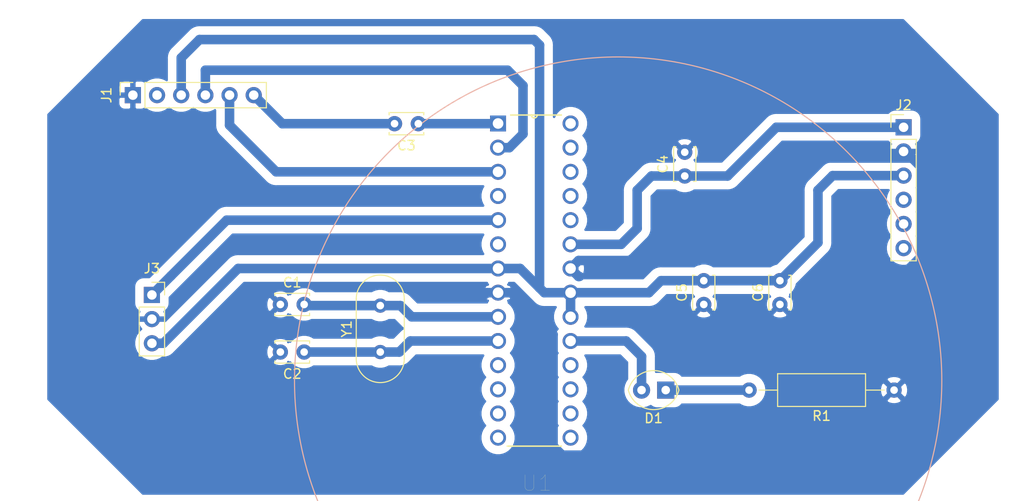
<source format=kicad_pcb>
(kicad_pcb (version 20171130) (host pcbnew "(5.1.5)-3")

  (general
    (thickness 1.6)
    (drawings 5)
    (tracks 74)
    (zones 0)
    (modules 13)
    (nets 32)
  )

  (page A4)
  (title_block
    (title "Placa Coletora de Dados")
    (date 20012020)
    (rev 1.0.0)
    (company "Cliente Cicero Ortigara")
    (comment 1 "Eng. Guilherme Stanga")
    (comment 2 "B. Helen Grace")
  )

  (layers
    (0 F.Cu signal hide)
    (31 B.Cu signal)
    (33 F.Adhes user)
    (35 F.Paste user)
    (37 F.SilkS user)
    (38 B.Mask user)
    (39 F.Mask user)
    (40 Dwgs.User user)
    (41 Cmts.User user)
    (42 Eco1.User user)
    (43 Eco2.User user)
    (44 Edge.Cuts user)
    (45 Margin user)
    (46 B.CrtYd user)
    (47 F.CrtYd user)
    (49 F.Fab user)
  )

  (setup
    (last_trace_width 1)
    (user_trace_width 1)
    (trace_clearance 0.5)
    (zone_clearance 0.9)
    (zone_45_only no)
    (trace_min 0.2)
    (via_size 2)
    (via_drill 1)
    (via_min_size 0.4)
    (via_min_drill 0.3)
    (uvia_size 0.3)
    (uvia_drill 0.1)
    (uvias_allowed no)
    (uvia_min_size 0.2)
    (uvia_min_drill 0.1)
    (edge_width 0.05)
    (segment_width 0.2)
    (pcb_text_width 0.3)
    (pcb_text_size 1.5 1.5)
    (mod_edge_width 0.12)
    (mod_text_size 1 1)
    (mod_text_width 0.15)
    (pad_size 1.524 1.524)
    (pad_drill 0.762)
    (pad_to_mask_clearance 0.051)
    (solder_mask_min_width 0.25)
    (aux_axis_origin 0 0)
    (visible_elements 7FFFFFFF)
    (pcbplotparams
      (layerselection 0x010fc_ffffffff)
      (usegerberextensions false)
      (usegerberattributes false)
      (usegerberadvancedattributes false)
      (creategerberjobfile false)
      (excludeedgelayer true)
      (linewidth 0.100000)
      (plotframeref false)
      (viasonmask false)
      (mode 1)
      (useauxorigin false)
      (hpglpennumber 1)
      (hpglpenspeed 20)
      (hpglpendiameter 15.000000)
      (psnegative false)
      (psa4output false)
      (plotreference true)
      (plotvalue true)
      (plotinvisibletext false)
      (padsonsilk false)
      (subtractmaskfromsilk false)
      (outputformat 1)
      (mirror false)
      (drillshape 1)
      (scaleselection 1)
      (outputdirectory ""))
  )

  (net 0 "")
  (net 1 "Net-(C1-Pad2)")
  (net 2 "Net-(U1-Pad28)")
  (net 3 "Net-(U1-Pad27)")
  (net 4 "Net-(U1-Pad26)")
  (net 5 "Net-(U1-Pad12)")
  (net 6 "Net-(U1-Pad25)")
  (net 7 "Net-(U1-Pad11)")
  (net 8 "Net-(U1-Pad24)")
  (net 9 "Net-(U1-Pad6)")
  (net 10 "Net-(U1-Pad18)")
  (net 11 "Net-(U1-Pad17)")
  (net 12 "Net-(U1-Pad16)")
  (net 13 "Net-(U1-Pad15)")
  (net 14 GND)
  (net 15 "Net-(C2-Pad1)")
  (net 16 VCC)
  (net 17 TXD)
  (net 18 RXD)
  (net 19 "Net-(D1-Pad2)")
  (net 20 "Net-(D1-Pad1)")
  (net 21 "Net-(J2-Pad6)")
  (net 22 "Net-(J2-Pad5)")
  (net 23 "Net-(J2-Pad4)")
  (net 24 ADC)
  (net 25 PULL)
  (net 26 DTR)
  (net 27 "Net-(J1-Pad2)")
  (net 28 "Net-(C3-Pad1)")
  (net 29 "Net-(U1-Pad14)")
  (net 30 "Net-(U1-Pad13)")
  (net 31 "Net-(U1-Pad4)")

  (net_class Default "Esta é a classe de rede padrão."
    (clearance 0.5)
    (trace_width 0.7)
    (via_dia 2)
    (via_drill 1)
    (uvia_dia 0.3)
    (uvia_drill 0.1)
    (add_net ADC)
    (add_net DTR)
    (add_net GND)
    (add_net "Net-(C1-Pad2)")
    (add_net "Net-(C2-Pad1)")
    (add_net "Net-(C3-Pad1)")
    (add_net "Net-(D1-Pad1)")
    (add_net "Net-(D1-Pad2)")
    (add_net "Net-(J1-Pad2)")
    (add_net "Net-(J2-Pad4)")
    (add_net "Net-(J2-Pad5)")
    (add_net "Net-(J2-Pad6)")
    (add_net "Net-(U1-Pad11)")
    (add_net "Net-(U1-Pad12)")
    (add_net "Net-(U1-Pad13)")
    (add_net "Net-(U1-Pad14)")
    (add_net "Net-(U1-Pad15)")
    (add_net "Net-(U1-Pad16)")
    (add_net "Net-(U1-Pad17)")
    (add_net "Net-(U1-Pad18)")
    (add_net "Net-(U1-Pad24)")
    (add_net "Net-(U1-Pad25)")
    (add_net "Net-(U1-Pad26)")
    (add_net "Net-(U1-Pad27)")
    (add_net "Net-(U1-Pad28)")
    (add_net "Net-(U1-Pad4)")
    (add_net "Net-(U1-Pad6)")
    (add_net PULL)
    (add_net RXD)
    (add_net TXD)
    (add_net VCC)
  )

  (module Connector_PinSocket_2.54mm:PinSocket_1x03_P2.54mm_Vertical (layer F.Cu) (tedit 5A19A429) (tstamp 5E514847)
    (at 71 59)
    (descr "Through hole straight socket strip, 1x03, 2.54mm pitch, single row (from Kicad 4.0.7), script generated")
    (tags "Through hole socket strip THT 1x03 2.54mm single row")
    (path /5E0C7055)
    (fp_text reference J3 (at 0 -2.77) (layer F.SilkS)
      (effects (font (size 1 1) (thickness 0.15)))
    )
    (fp_text value Conn_01x03 (at 0 7.85) (layer F.Fab)
      (effects (font (size 1 1) (thickness 0.15)))
    )
    (fp_line (start -1.27 -1.27) (end 0.635 -1.27) (layer F.Fab) (width 0.1))
    (fp_line (start 0.635 -1.27) (end 1.27 -0.635) (layer F.Fab) (width 0.1))
    (fp_line (start 1.27 -0.635) (end 1.27 6.35) (layer F.Fab) (width 0.1))
    (fp_line (start 1.27 6.35) (end -1.27 6.35) (layer F.Fab) (width 0.1))
    (fp_line (start -1.27 6.35) (end -1.27 -1.27) (layer F.Fab) (width 0.1))
    (fp_line (start -1.33 1.27) (end 1.33 1.27) (layer F.SilkS) (width 0.12))
    (fp_line (start -1.33 1.27) (end -1.33 6.41) (layer F.SilkS) (width 0.12))
    (fp_line (start -1.33 6.41) (end 1.33 6.41) (layer F.SilkS) (width 0.12))
    (fp_line (start 1.33 1.27) (end 1.33 6.41) (layer F.SilkS) (width 0.12))
    (fp_line (start 1.33 -1.33) (end 1.33 0) (layer F.SilkS) (width 0.12))
    (fp_line (start 0 -1.33) (end 1.33 -1.33) (layer F.SilkS) (width 0.12))
    (fp_line (start -1.8 -1.8) (end 1.75 -1.8) (layer F.CrtYd) (width 0.05))
    (fp_line (start 1.75 -1.8) (end 1.75 6.85) (layer F.CrtYd) (width 0.05))
    (fp_line (start 1.75 6.85) (end -1.8 6.85) (layer F.CrtYd) (width 0.05))
    (fp_line (start -1.8 6.85) (end -1.8 -1.8) (layer F.CrtYd) (width 0.05))
    (fp_text user %R (at 0 2.54 90) (layer F.Fab)
      (effects (font (size 1 1) (thickness 0.15)))
    )
    (pad 1 thru_hole rect (at 0 0) (size 1.7 1.7) (drill 1) (layers *.Cu *.Mask)
      (net 25 PULL))
    (pad 2 thru_hole oval (at 0 2.54) (size 1.7 1.7) (drill 1) (layers *.Cu *.Mask)
      (net 14 GND))
    (pad 3 thru_hole oval (at 0 5.08) (size 1.7 1.7) (drill 1) (layers *.Cu *.Mask)
      (net 16 VCC))
    (model ${KISYS3DMOD}/Connector_PinSocket_2.54mm.3dshapes/PinSocket_1x03_P2.54mm_Vertical.wrl
      (at (xyz 0 0 0))
      (scale (xyz 1 1 1))
      (rotate (xyz 0 0 0))
    )
  )

  (module Connector_PinHeader_2.54mm:PinHeader_1x06_P2.54mm_Vertical (layer F.Cu) (tedit 59FED5CC) (tstamp 5E5149E2)
    (at 150 41.38)
    (descr "Through hole straight pin header, 1x06, 2.54mm pitch, single row")
    (tags "Through hole pin header THT 1x06 2.54mm single row")
    (path /5E0C5586)
    (fp_text reference J2 (at 0 -2.33) (layer F.SilkS)
      (effects (font (size 1 1) (thickness 0.15)))
    )
    (fp_text value Conn_01x06 (at 0 15.03) (layer F.Fab)
      (effects (font (size 1 1) (thickness 0.15)))
    )
    (fp_text user %R (at 0 6.35 90) (layer F.Fab)
      (effects (font (size 1 1) (thickness 0.15)))
    )
    (fp_line (start 1.8 -1.8) (end -1.8 -1.8) (layer F.CrtYd) (width 0.05))
    (fp_line (start 1.8 14.5) (end 1.8 -1.8) (layer F.CrtYd) (width 0.05))
    (fp_line (start -1.8 14.5) (end 1.8 14.5) (layer F.CrtYd) (width 0.05))
    (fp_line (start -1.8 -1.8) (end -1.8 14.5) (layer F.CrtYd) (width 0.05))
    (fp_line (start -1.33 -1.33) (end 0 -1.33) (layer F.SilkS) (width 0.12))
    (fp_line (start -1.33 0) (end -1.33 -1.33) (layer F.SilkS) (width 0.12))
    (fp_line (start -1.33 1.27) (end 1.33 1.27) (layer F.SilkS) (width 0.12))
    (fp_line (start 1.33 1.27) (end 1.33 14.03) (layer F.SilkS) (width 0.12))
    (fp_line (start -1.33 1.27) (end -1.33 14.03) (layer F.SilkS) (width 0.12))
    (fp_line (start -1.33 14.03) (end 1.33 14.03) (layer F.SilkS) (width 0.12))
    (fp_line (start -1.27 -0.635) (end -0.635 -1.27) (layer F.Fab) (width 0.1))
    (fp_line (start -1.27 13.97) (end -1.27 -0.635) (layer F.Fab) (width 0.1))
    (fp_line (start 1.27 13.97) (end -1.27 13.97) (layer F.Fab) (width 0.1))
    (fp_line (start 1.27 -1.27) (end 1.27 13.97) (layer F.Fab) (width 0.1))
    (fp_line (start -0.635 -1.27) (end 1.27 -1.27) (layer F.Fab) (width 0.1))
    (pad 6 thru_hole oval (at 0 12.7) (size 1.7 1.7) (drill 1) (layers *.Cu *.Mask)
      (net 21 "Net-(J2-Pad6)"))
    (pad 5 thru_hole oval (at 0 10.16) (size 1.7 1.7) (drill 1) (layers *.Cu *.Mask)
      (net 22 "Net-(J2-Pad5)"))
    (pad 4 thru_hole oval (at 0 7.62) (size 1.7 1.7) (drill 1) (layers *.Cu *.Mask)
      (net 23 "Net-(J2-Pad4)"))
    (pad 3 thru_hole oval (at 0 5.08) (size 1.7 1.7) (drill 1) (layers *.Cu *.Mask)
      (net 16 VCC))
    (pad 2 thru_hole oval (at 0 2.54) (size 1.7 1.7) (drill 1) (layers *.Cu *.Mask)
      (net 14 GND))
    (pad 1 thru_hole rect (at 0 0) (size 1.7 1.7) (drill 1) (layers *.Cu *.Mask)
      (net 24 ADC))
    (model ${KISYS3DMOD}/Connector_PinHeader_2.54mm.3dshapes/PinHeader_1x06_P2.54mm_Vertical.wrl
      (at (xyz 0 0 0))
      (scale (xyz 1 1 1))
      (rotate (xyz 0 0 0))
    )
  )

  (module Connector_PinSocket_2.54mm:PinSocket_1x06_P2.54mm_Vertical (layer F.Cu) (tedit 5A19A430) (tstamp 5E5BDA82)
    (at 69 38 90)
    (descr "Through hole straight socket strip, 1x06, 2.54mm pitch, single row (from Kicad 4.0.7), script generated")
    (tags "Through hole socket strip THT 1x06 2.54mm single row")
    (path /5DFBE8CD)
    (fp_text reference J1 (at 0 -2.77 90) (layer F.SilkS)
      (effects (font (size 1 1) (thickness 0.15)))
    )
    (fp_text value Conn_01x06 (at 0 15.47 90) (layer F.Fab)
      (effects (font (size 1 1) (thickness 0.15)))
    )
    (fp_text user %R (at 0 6.35) (layer F.Fab)
      (effects (font (size 1 1) (thickness 0.15)))
    )
    (fp_line (start -1.8 14.45) (end -1.8 -1.8) (layer F.CrtYd) (width 0.05))
    (fp_line (start 1.75 14.45) (end -1.8 14.45) (layer F.CrtYd) (width 0.05))
    (fp_line (start 1.75 -1.8) (end 1.75 14.45) (layer F.CrtYd) (width 0.05))
    (fp_line (start -1.8 -1.8) (end 1.75 -1.8) (layer F.CrtYd) (width 0.05))
    (fp_line (start 0 -1.33) (end 1.33 -1.33) (layer F.SilkS) (width 0.12))
    (fp_line (start 1.33 -1.33) (end 1.33 0) (layer F.SilkS) (width 0.12))
    (fp_line (start 1.33 1.27) (end 1.33 14.03) (layer F.SilkS) (width 0.12))
    (fp_line (start -1.33 14.03) (end 1.33 14.03) (layer F.SilkS) (width 0.12))
    (fp_line (start -1.33 1.27) (end -1.33 14.03) (layer F.SilkS) (width 0.12))
    (fp_line (start -1.33 1.27) (end 1.33 1.27) (layer F.SilkS) (width 0.12))
    (fp_line (start -1.27 13.97) (end -1.27 -1.27) (layer F.Fab) (width 0.1))
    (fp_line (start 1.27 13.97) (end -1.27 13.97) (layer F.Fab) (width 0.1))
    (fp_line (start 1.27 -0.635) (end 1.27 13.97) (layer F.Fab) (width 0.1))
    (fp_line (start 0.635 -1.27) (end 1.27 -0.635) (layer F.Fab) (width 0.1))
    (fp_line (start -1.27 -1.27) (end 0.635 -1.27) (layer F.Fab) (width 0.1))
    (pad 6 thru_hole oval (at 0 12.7 90) (size 1.7 1.7) (drill 1) (layers *.Cu *.Mask)
      (net 26 DTR))
    (pad 5 thru_hole oval (at 0 10.16 90) (size 1.7 1.7) (drill 1) (layers *.Cu *.Mask)
      (net 18 RXD))
    (pad 4 thru_hole oval (at 0 7.62 90) (size 1.7 1.7) (drill 1) (layers *.Cu *.Mask)
      (net 17 TXD))
    (pad 3 thru_hole oval (at 0 5.08 90) (size 1.7 1.7) (drill 1) (layers *.Cu *.Mask)
      (net 16 VCC))
    (pad 2 thru_hole oval (at 0 2.54 90) (size 1.7 1.7) (drill 1) (layers *.Cu *.Mask)
      (net 27 "Net-(J1-Pad2)"))
    (pad 1 thru_hole rect (at 0 0 90) (size 1.7 1.7) (drill 1) (layers *.Cu *.Mask)
      (net 14 GND))
    (model ${KISYS3DMOD}/Connector_PinSocket_2.54mm.3dshapes/PinSocket_1x06_P2.54mm_Vertical.wrl
      (at (xyz 0 0 0))
      (scale (xyz 1 1 1))
      (rotate (xyz 0 0 0))
    )
  )

  (module Resistor_THT:R_Axial_DIN0309_L9.0mm_D3.2mm_P15.24mm_Horizontal (layer F.Cu) (tedit 5AE5139B) (tstamp 5E0B8987)
    (at 149 69 180)
    (descr "Resistor, Axial_DIN0309 series, Axial, Horizontal, pin pitch=15.24mm, 0.5W = 1/2W, length*diameter=9*3.2mm^2, http://cdn-reichelt.de/documents/datenblatt/B400/1_4W%23YAG.pdf")
    (tags "Resistor Axial_DIN0309 series Axial Horizontal pin pitch 15.24mm 0.5W = 1/2W length 9mm diameter 3.2mm")
    (path /5E0C27EA)
    (fp_text reference R1 (at 7.62 -2.72) (layer F.SilkS)
      (effects (font (size 1 1) (thickness 0.15)))
    )
    (fp_text value 560 (at 7.62 2.72) (layer F.Fab)
      (effects (font (size 1 1) (thickness 0.15)))
    )
    (fp_line (start 16.29 -1.85) (end -1.05 -1.85) (layer F.CrtYd) (width 0.05))
    (fp_line (start 16.29 1.85) (end 16.29 -1.85) (layer F.CrtYd) (width 0.05))
    (fp_line (start -1.05 1.85) (end 16.29 1.85) (layer F.CrtYd) (width 0.05))
    (fp_line (start -1.05 -1.85) (end -1.05 1.85) (layer F.CrtYd) (width 0.05))
    (fp_line (start 14.2 0) (end 12.24 0) (layer F.SilkS) (width 0.12))
    (fp_line (start 1.04 0) (end 3 0) (layer F.SilkS) (width 0.12))
    (fp_line (start 12.24 -1.72) (end 3 -1.72) (layer F.SilkS) (width 0.12))
    (fp_line (start 12.24 1.72) (end 12.24 -1.72) (layer F.SilkS) (width 0.12))
    (fp_line (start 3 1.72) (end 12.24 1.72) (layer F.SilkS) (width 0.12))
    (fp_line (start 3 -1.72) (end 3 1.72) (layer F.SilkS) (width 0.12))
    (fp_line (start 15.24 0) (end 12.12 0) (layer F.Fab) (width 0.1))
    (fp_line (start 0 0) (end 3.12 0) (layer F.Fab) (width 0.1))
    (fp_line (start 12.12 -1.6) (end 3.12 -1.6) (layer F.Fab) (width 0.1))
    (fp_line (start 12.12 1.6) (end 12.12 -1.6) (layer F.Fab) (width 0.1))
    (fp_line (start 3.12 1.6) (end 12.12 1.6) (layer F.Fab) (width 0.1))
    (fp_line (start 3.12 -1.6) (end 3.12 1.6) (layer F.Fab) (width 0.1))
    (pad 2 thru_hole oval (at 15.24 0 180) (size 1.6 1.6) (drill 0.8) (layers *.Cu *.Mask)
      (net 20 "Net-(D1-Pad1)"))
    (pad 1 thru_hole circle (at 0 0 180) (size 1.6 1.6) (drill 0.8) (layers *.Cu *.Mask)
      (net 14 GND))
    (model ${KISYS3DMOD}/Resistor_THT.3dshapes/R_Axial_DIN0309_L9.0mm_D3.2mm_P15.24mm_Horizontal.wrl
      (at (xyz 0 0 0))
      (scale (xyz 1 1 1))
      (rotate (xyz 0 0 0))
    )
  )

  (module Crystal:Crystal_HC49-U_Vertical (layer F.Cu) (tedit 5A1AD3B8) (tstamp 5E1F967A)
    (at 95 65 90)
    (descr "Crystal THT HC-49/U http://5hertz.com/pdfs/04404_D.pdf")
    (tags "THT crystalHC-49/U")
    (path /5DFA1EAC)
    (fp_text reference Y1 (at 2.44 -3.525 90) (layer F.SilkS)
      (effects (font (size 1 1) (thickness 0.15)))
    )
    (fp_text value Crystal (at 2.44 3.525 90) (layer F.Fab)
      (effects (font (size 1 1) (thickness 0.15)))
    )
    (fp_arc (start 5.565 0) (end 5.565 -2.525) (angle 180) (layer F.SilkS) (width 0.12))
    (fp_arc (start -0.685 0) (end -0.685 -2.525) (angle -180) (layer F.SilkS) (width 0.12))
    (fp_arc (start 5.44 0) (end 5.44 -2) (angle 180) (layer F.Fab) (width 0.1))
    (fp_arc (start -0.56 0) (end -0.56 -2) (angle -180) (layer F.Fab) (width 0.1))
    (fp_arc (start 5.565 0) (end 5.565 -2.325) (angle 180) (layer F.Fab) (width 0.1))
    (fp_arc (start -0.685 0) (end -0.685 -2.325) (angle -180) (layer F.Fab) (width 0.1))
    (fp_line (start 8.4 -2.8) (end -3.5 -2.8) (layer F.CrtYd) (width 0.05))
    (fp_line (start 8.4 2.8) (end 8.4 -2.8) (layer F.CrtYd) (width 0.05))
    (fp_line (start -3.5 2.8) (end 8.4 2.8) (layer F.CrtYd) (width 0.05))
    (fp_line (start -3.5 -2.8) (end -3.5 2.8) (layer F.CrtYd) (width 0.05))
    (fp_line (start -0.685 2.525) (end 5.565 2.525) (layer F.SilkS) (width 0.12))
    (fp_line (start -0.685 -2.525) (end 5.565 -2.525) (layer F.SilkS) (width 0.12))
    (fp_line (start -0.56 2) (end 5.44 2) (layer F.Fab) (width 0.1))
    (fp_line (start -0.56 -2) (end 5.44 -2) (layer F.Fab) (width 0.1))
    (fp_line (start -0.685 2.325) (end 5.565 2.325) (layer F.Fab) (width 0.1))
    (fp_line (start -0.685 -2.325) (end 5.565 -2.325) (layer F.Fab) (width 0.1))
    (fp_text user %R (at 4.88 -1 90) (layer F.Fab)
      (effects (font (size 1 1) (thickness 0.15)))
    )
    (pad 2 thru_hole circle (at 4.88 0 90) (size 1.5 1.5) (drill 0.8) (layers *.Cu *.Mask)
      (net 1 "Net-(C1-Pad2)"))
    (pad 1 thru_hole circle (at 0 0 90) (size 1.5 1.5) (drill 0.8) (layers *.Cu *.Mask)
      (net 15 "Net-(C2-Pad1)"))
    (model ${KISYS3DMOD}/Crystal.3dshapes/Crystal_HC49-U_Vertical.wrl
      (at (xyz 0 0 0))
      (scale (xyz 1 1 1))
      (rotate (xyz 0 0 0))
    )
  )

  (module Capacitor_THT:C_Disc_D3.4mm_W2.1mm_P2.50mm (layer F.Cu) (tedit 5AE50EF0) (tstamp 5E1F8C78)
    (at 99 41 180)
    (descr "C, Disc series, Radial, pin pitch=2.50mm, , diameter*width=3.4*2.1mm^2, Capacitor, http://www.vishay.com/docs/45233/krseries.pdf")
    (tags "C Disc series Radial pin pitch 2.50mm  diameter 3.4mm width 2.1mm Capacitor")
    (path /5E1FA764)
    (fp_text reference C3 (at 1.25 -2.3) (layer F.SilkS)
      (effects (font (size 1 1) (thickness 0.15)))
    )
    (fp_text value 0.1uF (at 1.25 2.3) (layer F.Fab)
      (effects (font (size 1 1) (thickness 0.15)))
    )
    (fp_text user %R (at 4 1 180) (layer F.Fab)
      (effects (font (size 0.68 0.68) (thickness 0.102)))
    )
    (fp_line (start 3.55 -1.3) (end -1.05 -1.3) (layer F.CrtYd) (width 0.05))
    (fp_line (start 3.55 1.3) (end 3.55 -1.3) (layer F.CrtYd) (width 0.05))
    (fp_line (start -1.05 1.3) (end 3.55 1.3) (layer F.CrtYd) (width 0.05))
    (fp_line (start -1.05 -1.3) (end -1.05 1.3) (layer F.CrtYd) (width 0.05))
    (fp_line (start 3.07 0.925) (end 3.07 1.17) (layer F.SilkS) (width 0.12))
    (fp_line (start 3.07 -1.17) (end 3.07 -0.925) (layer F.SilkS) (width 0.12))
    (fp_line (start -0.57 0.925) (end -0.57 1.17) (layer F.SilkS) (width 0.12))
    (fp_line (start -0.57 -1.17) (end -0.57 -0.925) (layer F.SilkS) (width 0.12))
    (fp_line (start -0.57 1.17) (end 3.07 1.17) (layer F.SilkS) (width 0.12))
    (fp_line (start -0.57 -1.17) (end 3.07 -1.17) (layer F.SilkS) (width 0.12))
    (fp_line (start 2.95 -1.05) (end -0.45 -1.05) (layer F.Fab) (width 0.1))
    (fp_line (start 2.95 1.05) (end 2.95 -1.05) (layer F.Fab) (width 0.1))
    (fp_line (start -0.45 1.05) (end 2.95 1.05) (layer F.Fab) (width 0.1))
    (fp_line (start -0.45 -1.05) (end -0.45 1.05) (layer F.Fab) (width 0.1))
    (pad 2 thru_hole circle (at 2.5 0 180) (size 1.6 1.6) (drill 0.8) (layers *.Cu *.Mask)
      (net 26 DTR))
    (pad 1 thru_hole circle (at 0 0 180) (size 1.6 1.6) (drill 0.8) (layers *.Cu *.Mask)
      (net 28 "Net-(C3-Pad1)"))
    (model ${KISYS3DMOD}/Capacitor_THT.3dshapes/C_Disc_D3.4mm_W2.1mm_P2.50mm.wrl
      (at (xyz 0 0 0))
      (scale (xyz 1 1 1))
      (rotate (xyz 0 0 0))
    )
  )

  (module LED_THT:LED_Oval_W5.2mm_H3.8mm (layer F.Cu) (tedit 587A3A7B) (tstamp 5E0B88E1)
    (at 125 69 180)
    (descr "LED_Oval, Oval,  Oval size 5.2x3.8mm^2, 2 pins, http://www.kingbright.com/attachments/file/psearch/000/00/00/L-5603QBC-D(Ver.12B).pdf")
    (tags "LED_Oval Oval  Oval size 5.2x3.8mm^2 2 pins")
    (path /5E0C0D80)
    (fp_text reference D1 (at 1.27 -2.96) (layer F.SilkS)
      (effects (font (size 1 1) (thickness 0.15)))
    )
    (fp_text value LED (at 1.27 2.96) (layer F.Fab)
      (effects (font (size 1 1) (thickness 0.15)))
    )
    (fp_line (start 4.2 -2.25) (end -1.65 -2.25) (layer F.CrtYd) (width 0.05))
    (fp_line (start 4.2 2.25) (end 4.2 -2.25) (layer F.CrtYd) (width 0.05))
    (fp_line (start -1.65 2.25) (end 4.2 2.25) (layer F.CrtYd) (width 0.05))
    (fp_line (start -1.65 -2.25) (end -1.65 2.25) (layer F.CrtYd) (width 0.05))
    (fp_line (start -1.15 -0.405) (end -1.15 0.405) (layer F.SilkS) (width 0.12))
    (fp_arc (start 1.27 -0.7) (end -1.39 0) (angle -150.5) (layer F.SilkS) (width 0.12))
    (fp_arc (start 1.27 0.7) (end -1.39 0) (angle 150.5) (layer F.SilkS) (width 0.12))
    (fp_arc (start 1.27 -0.7) (end -1.33 0) (angle -149.9) (layer F.Fab) (width 0.1))
    (fp_arc (start 1.27 0.7) (end -1.33 0) (angle 149.9) (layer F.Fab) (width 0.1))
    (pad 2 thru_hole circle (at 2.54 0 180) (size 1.8 1.8) (drill 0.9) (layers *.Cu *.Mask)
      (net 19 "Net-(D1-Pad2)"))
    (pad 1 thru_hole rect (at 0 0 180) (size 1.8 1.8) (drill 0.9) (layers *.Cu *.Mask)
      (net 20 "Net-(D1-Pad1)"))
    (model ${KISYS3DMOD}/LED_THT.3dshapes/LED_Oval_W5.2mm_H3.8mm.wrl
      (at (xyz 0 0 0))
      (scale (xyz 1 1 1))
      (rotate (xyz 0 0 0))
    )
  )

  (module Capacitor_THT:C_Disc_D3.4mm_W2.1mm_P2.50mm (layer F.Cu) (tedit 5AE50EF0) (tstamp 5DF9A36D)
    (at 87 65 180)
    (descr "C, Disc series, Radial, pin pitch=2.50mm, , diameter*width=3.4*2.1mm^2, Capacitor, http://www.vishay.com/docs/45233/krseries.pdf")
    (tags "C Disc series Radial pin pitch 2.50mm  diameter 3.4mm width 2.1mm Capacitor")
    (path /5DFA12C4)
    (fp_text reference C2 (at 1.25 -2.3) (layer F.SilkS)
      (effects (font (size 1 1) (thickness 0.15)))
    )
    (fp_text value 22pF (at 1.25 2.3) (layer F.Fab)
      (effects (font (size 1 1) (thickness 0.15)))
    )
    (fp_text user %R (at 2 -6) (layer F.Fab)
      (effects (font (size 0.68 0.68) (thickness 0.102)))
    )
    (fp_line (start 3.55 -1.3) (end -1.05 -1.3) (layer F.CrtYd) (width 0.05))
    (fp_line (start 3.55 1.3) (end 3.55 -1.3) (layer F.CrtYd) (width 0.05))
    (fp_line (start -1.05 1.3) (end 3.55 1.3) (layer F.CrtYd) (width 0.05))
    (fp_line (start -1.05 -1.3) (end -1.05 1.3) (layer F.CrtYd) (width 0.05))
    (fp_line (start 3.07 0.925) (end 3.07 1.17) (layer F.SilkS) (width 0.12))
    (fp_line (start 3.07 -1.17) (end 3.07 -0.925) (layer F.SilkS) (width 0.12))
    (fp_line (start -0.57 0.925) (end -0.57 1.17) (layer F.SilkS) (width 0.12))
    (fp_line (start -0.57 -1.17) (end -0.57 -0.925) (layer F.SilkS) (width 0.12))
    (fp_line (start -0.57 1.17) (end 3.07 1.17) (layer F.SilkS) (width 0.12))
    (fp_line (start -0.57 -1.17) (end 3.07 -1.17) (layer F.SilkS) (width 0.12))
    (fp_line (start 2.95 -1.05) (end -0.45 -1.05) (layer F.Fab) (width 0.1))
    (fp_line (start 2.95 1.05) (end 2.95 -1.05) (layer F.Fab) (width 0.1))
    (fp_line (start -0.45 1.05) (end 2.95 1.05) (layer F.Fab) (width 0.1))
    (fp_line (start -0.45 -1.05) (end -0.45 1.05) (layer F.Fab) (width 0.1))
    (pad 2 thru_hole circle (at 2.5 0 180) (size 1.6 1.6) (drill 0.8) (layers *.Cu *.Mask)
      (net 14 GND))
    (pad 1 thru_hole circle (at 0 0 180) (size 1.6 1.6) (drill 0.8) (layers *.Cu *.Mask)
      (net 15 "Net-(C2-Pad1)"))
    (model ${KISYS3DMOD}/Capacitor_THT.3dshapes/C_Disc_D3.4mm_W2.1mm_P2.50mm.wrl
      (at (xyz 0 0 0))
      (scale (xyz 1 1 1))
      (rotate (xyz 0 0 0))
    )
  )

  (module Capacitor_THT:C_Disc_D3.4mm_W2.1mm_P2.50mm (layer F.Cu) (tedit 5AE50EF0) (tstamp 5E1F92E8)
    (at 84.5 60)
    (descr "C, Disc series, Radial, pin pitch=2.50mm, , diameter*width=3.4*2.1mm^2, Capacitor, http://www.vishay.com/docs/45233/krseries.pdf")
    (tags "C Disc series Radial pin pitch 2.50mm  diameter 3.4mm width 2.1mm Capacitor")
    (path /5DF9A264)
    (fp_text reference C1 (at 1.25 -2.3) (layer F.SilkS)
      (effects (font (size 1 1) (thickness 0.15)))
    )
    (fp_text value 22pF (at 1.25 2.3) (layer F.Fab)
      (effects (font (size 1 1) (thickness 0.15)))
    )
    (fp_text user %R (at 1.25 1 180) (layer F.Fab)
      (effects (font (size 0.68 0.68) (thickness 0.102)))
    )
    (fp_line (start 3.55 -1.3) (end -1.05 -1.3) (layer F.CrtYd) (width 0.05))
    (fp_line (start 3.55 1.3) (end 3.55 -1.3) (layer F.CrtYd) (width 0.05))
    (fp_line (start -1.05 1.3) (end 3.55 1.3) (layer F.CrtYd) (width 0.05))
    (fp_line (start -1.05 -1.3) (end -1.05 1.3) (layer F.CrtYd) (width 0.05))
    (fp_line (start 3.07 0.925) (end 3.07 1.17) (layer F.SilkS) (width 0.12))
    (fp_line (start 3.07 -1.17) (end 3.07 -0.925) (layer F.SilkS) (width 0.12))
    (fp_line (start -0.57 0.925) (end -0.57 1.17) (layer F.SilkS) (width 0.12))
    (fp_line (start -0.57 -1.17) (end -0.57 -0.925) (layer F.SilkS) (width 0.12))
    (fp_line (start -0.57 1.17) (end 3.07 1.17) (layer F.SilkS) (width 0.12))
    (fp_line (start -0.57 -1.17) (end 3.07 -1.17) (layer F.SilkS) (width 0.12))
    (fp_line (start 2.95 -1.05) (end -0.45 -1.05) (layer F.Fab) (width 0.1))
    (fp_line (start 2.95 1.05) (end 2.95 -1.05) (layer F.Fab) (width 0.1))
    (fp_line (start -0.45 1.05) (end 2.95 1.05) (layer F.Fab) (width 0.1))
    (fp_line (start -0.45 -1.05) (end -0.45 1.05) (layer F.Fab) (width 0.1))
    (pad 2 thru_hole circle (at 2.5 0) (size 1.6 1.6) (drill 0.8) (layers *.Cu *.Mask)
      (net 1 "Net-(C1-Pad2)"))
    (pad 1 thru_hole circle (at 0 0) (size 1.6 1.6) (drill 0.8) (layers *.Cu *.Mask)
      (net 14 GND))
    (model ${KISYS3DMOD}/Capacitor_THT.3dshapes/C_Disc_D3.4mm_W2.1mm_P2.50mm.wrl
      (at (xyz 0 0 0))
      (scale (xyz 1 1 1))
      (rotate (xyz 0 0 0))
    )
  )

  (module Capacitor_THT:C_Disc_D3.4mm_W2.1mm_P2.50mm (layer F.Cu) (tedit 5AE50EF0) (tstamp 5E1FC6D2)
    (at 127 46.5 90)
    (descr "C, Disc series, Radial, pin pitch=2.50mm, , diameter*width=3.4*2.1mm^2, Capacitor, http://www.vishay.com/docs/45233/krseries.pdf")
    (tags "C Disc series Radial pin pitch 2.50mm  diameter 3.4mm width 2.1mm Capacitor")
    (path /5E279989)
    (fp_text reference C4 (at 1.25 -2.3 90) (layer F.SilkS)
      (effects (font (size 1 1) (thickness 0.15)))
    )
    (fp_text value 470pF (at 1.25 2.3 90) (layer F.Fab)
      (effects (font (size 1 1) (thickness 0.15)))
    )
    (fp_line (start -0.45 -1.05) (end -0.45 1.05) (layer F.Fab) (width 0.1))
    (fp_line (start -0.45 1.05) (end 2.95 1.05) (layer F.Fab) (width 0.1))
    (fp_line (start 2.95 1.05) (end 2.95 -1.05) (layer F.Fab) (width 0.1))
    (fp_line (start 2.95 -1.05) (end -0.45 -1.05) (layer F.Fab) (width 0.1))
    (fp_line (start -0.57 -1.17) (end 3.07 -1.17) (layer F.SilkS) (width 0.12))
    (fp_line (start -0.57 1.17) (end 3.07 1.17) (layer F.SilkS) (width 0.12))
    (fp_line (start -0.57 -1.17) (end -0.57 -0.925) (layer F.SilkS) (width 0.12))
    (fp_line (start -0.57 0.925) (end -0.57 1.17) (layer F.SilkS) (width 0.12))
    (fp_line (start 3.07 -1.17) (end 3.07 -0.925) (layer F.SilkS) (width 0.12))
    (fp_line (start 3.07 0.925) (end 3.07 1.17) (layer F.SilkS) (width 0.12))
    (fp_line (start -1.05 -1.3) (end -1.05 1.3) (layer F.CrtYd) (width 0.05))
    (fp_line (start -1.05 1.3) (end 3.55 1.3) (layer F.CrtYd) (width 0.05))
    (fp_line (start 3.55 1.3) (end 3.55 -1.3) (layer F.CrtYd) (width 0.05))
    (fp_line (start 3.55 -1.3) (end -1.05 -1.3) (layer F.CrtYd) (width 0.05))
    (fp_text user %R (at 1.25 0 90) (layer F.Fab)
      (effects (font (size 0.68 0.68) (thickness 0.102)))
    )
    (pad 1 thru_hole circle (at 0 0 90) (size 1.6 1.6) (drill 0.8) (layers *.Cu *.Mask)
      (net 24 ADC))
    (pad 2 thru_hole circle (at 2.5 0 90) (size 1.6 1.6) (drill 0.8) (layers *.Cu *.Mask)
      (net 14 GND))
    (model ${KISYS3DMOD}/Capacitor_THT.3dshapes/C_Disc_D3.4mm_W2.1mm_P2.50mm.wrl
      (at (xyz 0 0 0))
      (scale (xyz 1 1 1))
      (rotate (xyz 0 0 0))
    )
  )

  (module Capacitor_THT:C_Disc_D3.4mm_W2.1mm_P2.50mm (layer F.Cu) (tedit 5AE50EF0) (tstamp 5E21EFBF)
    (at 129 60 90)
    (descr "C, Disc series, Radial, pin pitch=2.50mm, , diameter*width=3.4*2.1mm^2, Capacitor, http://www.vishay.com/docs/45233/krseries.pdf")
    (tags "C Disc series Radial pin pitch 2.50mm  diameter 3.4mm width 2.1mm Capacitor")
    (path /5E271DE0)
    (fp_text reference C5 (at 1.25 -2.3 90) (layer F.SilkS)
      (effects (font (size 1 1) (thickness 0.15)))
    )
    (fp_text value 1.0uF (at 1.25 2.3 90) (layer F.Fab)
      (effects (font (size 1 1) (thickness 0.15)))
    )
    (fp_line (start -0.45 -1.05) (end -0.45 1.05) (layer F.Fab) (width 0.1))
    (fp_line (start -0.45 1.05) (end 2.95 1.05) (layer F.Fab) (width 0.1))
    (fp_line (start 2.95 1.05) (end 2.95 -1.05) (layer F.Fab) (width 0.1))
    (fp_line (start 2.95 -1.05) (end -0.45 -1.05) (layer F.Fab) (width 0.1))
    (fp_line (start -0.57 -1.17) (end 3.07 -1.17) (layer F.SilkS) (width 0.12))
    (fp_line (start -0.57 1.17) (end 3.07 1.17) (layer F.SilkS) (width 0.12))
    (fp_line (start -0.57 -1.17) (end -0.57 -0.925) (layer F.SilkS) (width 0.12))
    (fp_line (start -0.57 0.925) (end -0.57 1.17) (layer F.SilkS) (width 0.12))
    (fp_line (start 3.07 -1.17) (end 3.07 -0.925) (layer F.SilkS) (width 0.12))
    (fp_line (start 3.07 0.925) (end 3.07 1.17) (layer F.SilkS) (width 0.12))
    (fp_line (start -1.05 -1.3) (end -1.05 1.3) (layer F.CrtYd) (width 0.05))
    (fp_line (start -1.05 1.3) (end 3.55 1.3) (layer F.CrtYd) (width 0.05))
    (fp_line (start 3.55 1.3) (end 3.55 -1.3) (layer F.CrtYd) (width 0.05))
    (fp_line (start 3.55 -1.3) (end -1.05 -1.3) (layer F.CrtYd) (width 0.05))
    (fp_text user %R (at 1.25 0 90) (layer F.Fab)
      (effects (font (size 0.68 0.68) (thickness 0.102)))
    )
    (pad 1 thru_hole circle (at 0 0 90) (size 1.6 1.6) (drill 0.8) (layers *.Cu *.Mask)
      (net 14 GND))
    (pad 2 thru_hole circle (at 2.5 0 90) (size 1.6 1.6) (drill 0.8) (layers *.Cu *.Mask)
      (net 16 VCC))
    (model ${KISYS3DMOD}/Capacitor_THT.3dshapes/C_Disc_D3.4mm_W2.1mm_P2.50mm.wrl
      (at (xyz 0 0 0))
      (scale (xyz 1 1 1))
      (rotate (xyz 0 0 0))
    )
  )

  (module Capacitor_THT:C_Disc_D3.4mm_W2.1mm_P2.50mm (layer F.Cu) (tedit 5AE50EF0) (tstamp 5E21EDB2)
    (at 137 60 90)
    (descr "C, Disc series, Radial, pin pitch=2.50mm, , diameter*width=3.4*2.1mm^2, Capacitor, http://www.vishay.com/docs/45233/krseries.pdf")
    (tags "C Disc series Radial pin pitch 2.50mm  diameter 3.4mm width 2.1mm Capacitor")
    (path /5E272320)
    (fp_text reference C6 (at 1.25 -2.3 90) (layer F.SilkS)
      (effects (font (size 1 1) (thickness 0.15)))
    )
    (fp_text value 0.01uF (at 1.25 2.3 90) (layer F.Fab)
      (effects (font (size 1 1) (thickness 0.15)))
    )
    (fp_text user %R (at 1.25 0 90) (layer F.Fab)
      (effects (font (size 0.68 0.68) (thickness 0.102)))
    )
    (fp_line (start 3.55 -1.3) (end -1.05 -1.3) (layer F.CrtYd) (width 0.05))
    (fp_line (start 3.55 1.3) (end 3.55 -1.3) (layer F.CrtYd) (width 0.05))
    (fp_line (start -1.05 1.3) (end 3.55 1.3) (layer F.CrtYd) (width 0.05))
    (fp_line (start -1.05 -1.3) (end -1.05 1.3) (layer F.CrtYd) (width 0.05))
    (fp_line (start 3.07 0.925) (end 3.07 1.17) (layer F.SilkS) (width 0.12))
    (fp_line (start 3.07 -1.17) (end 3.07 -0.925) (layer F.SilkS) (width 0.12))
    (fp_line (start -0.57 0.925) (end -0.57 1.17) (layer F.SilkS) (width 0.12))
    (fp_line (start -0.57 -1.17) (end -0.57 -0.925) (layer F.SilkS) (width 0.12))
    (fp_line (start -0.57 1.17) (end 3.07 1.17) (layer F.SilkS) (width 0.12))
    (fp_line (start -0.57 -1.17) (end 3.07 -1.17) (layer F.SilkS) (width 0.12))
    (fp_line (start 2.95 -1.05) (end -0.45 -1.05) (layer F.Fab) (width 0.1))
    (fp_line (start 2.95 1.05) (end 2.95 -1.05) (layer F.Fab) (width 0.1))
    (fp_line (start -0.45 1.05) (end 2.95 1.05) (layer F.Fab) (width 0.1))
    (fp_line (start -0.45 -1.05) (end -0.45 1.05) (layer F.Fab) (width 0.1))
    (pad 2 thru_hole circle (at 2.5 0 90) (size 1.6 1.6) (drill 0.8) (layers *.Cu *.Mask)
      (net 16 VCC))
    (pad 1 thru_hole circle (at 0 0 90) (size 1.6 1.6) (drill 0.8) (layers *.Cu *.Mask)
      (net 14 GND))
    (model ${KISYS3DMOD}/Capacitor_THT.3dshapes/C_Disc_D3.4mm_W2.1mm_P2.50mm.wrl
      (at (xyz 0 0 0))
      (scale (xyz 1 1 1))
      (rotate (xyz 0 0 0))
    )
  )

  (module ATMEGA328P-PU:DIP254P762X457-28 (layer F.Cu) (tedit 5E509959) (tstamp 5E50F043)
    (at 115 74)
    (path /5DF969F8)
    (fp_text reference U1 (at -3.53691 4.78373) (layer F.SilkS)
      (effects (font (size 1.642929 1.642929) (thickness 0.015)))
    )
    (fp_text value ATmega328P-PU (at 10.45955 -37.30831) (layer F.Fab)
      (effects (font (size 1.643165 1.643165) (thickness 0.015)))
    )
    (fp_line (start -6.6548 0.889) (end -0.9652 0.889) (layer F.SilkS) (width 0.1524))
    (fp_line (start -0.9652 -33.909) (end -3.5052 -33.909) (layer F.SilkS) (width 0.1524))
    (fp_line (start -3.5052 -33.909) (end -4.1148 -33.909) (layer F.SilkS) (width 0.1524))
    (fp_line (start -4.1148 -33.909) (end -6.2992 -33.909) (layer F.SilkS) (width 0.1524))
    (fp_arc (start -3.81 -33.909) (end -4.1148 -33.909) (angle -180) (layer F.SilkS) (width 0.1524))
    (fp_line (start -7.5692 -32.4612) (end -7.5692 -33.5788) (layer F.Fab) (width 0.1))
    (fp_line (start -7.5692 -33.5788) (end -8.1788 -33.5788) (layer F.Fab) (width 0.1))
    (fp_line (start -8.1788 -33.5788) (end -8.1788 -32.4612) (layer F.Fab) (width 0.1))
    (fp_line (start -8.1788 -32.4612) (end -7.5692 -32.4612) (layer F.Fab) (width 0.1))
    (fp_line (start -7.5692 -29.9212) (end -7.5692 -31.0388) (layer F.Fab) (width 0.1))
    (fp_line (start -7.5692 -31.0388) (end -8.1788 -31.0388) (layer F.Fab) (width 0.1))
    (fp_line (start -8.1788 -31.0388) (end -8.1788 -29.9212) (layer F.Fab) (width 0.1))
    (fp_line (start -8.1788 -29.9212) (end -7.5692 -29.9212) (layer F.Fab) (width 0.1))
    (fp_line (start -7.5692 -27.3812) (end -7.5692 -28.4988) (layer F.Fab) (width 0.1))
    (fp_line (start -7.5692 -28.4988) (end -8.1788 -28.4988) (layer F.Fab) (width 0.1))
    (fp_line (start -8.1788 -28.4988) (end -8.1788 -27.3812) (layer F.Fab) (width 0.1))
    (fp_line (start -8.1788 -27.3812) (end -7.5692 -27.3812) (layer F.Fab) (width 0.1))
    (fp_line (start -7.5692 -24.8412) (end -7.5692 -25.9588) (layer F.Fab) (width 0.1))
    (fp_line (start -7.5692 -25.9588) (end -8.1788 -25.9588) (layer F.Fab) (width 0.1))
    (fp_line (start -8.1788 -25.9588) (end -8.1788 -24.8412) (layer F.Fab) (width 0.1))
    (fp_line (start -8.1788 -24.8412) (end -7.5692 -24.8412) (layer F.Fab) (width 0.1))
    (fp_line (start -7.5692 -22.3012) (end -7.5692 -23.4188) (layer F.Fab) (width 0.1))
    (fp_line (start -7.5692 -23.4188) (end -8.1788 -23.4188) (layer F.Fab) (width 0.1))
    (fp_line (start -8.1788 -23.4188) (end -8.1788 -22.3012) (layer F.Fab) (width 0.1))
    (fp_line (start -8.1788 -22.3012) (end -7.5692 -22.3012) (layer F.Fab) (width 0.1))
    (fp_line (start -7.5692 -19.7612) (end -7.5692 -20.8788) (layer F.Fab) (width 0.1))
    (fp_line (start -7.5692 -20.8788) (end -8.1788 -20.8788) (layer F.Fab) (width 0.1))
    (fp_line (start -8.1788 -20.8788) (end -8.1788 -19.7612) (layer F.Fab) (width 0.1))
    (fp_line (start -8.1788 -19.7612) (end -7.5692 -19.7612) (layer F.Fab) (width 0.1))
    (fp_line (start -7.5692 -17.2212) (end -7.5692 -18.3388) (layer F.Fab) (width 0.1))
    (fp_line (start -7.5692 -18.3388) (end -8.1788 -18.3388) (layer F.Fab) (width 0.1))
    (fp_line (start -8.1788 -18.3388) (end -8.1788 -17.2212) (layer F.Fab) (width 0.1))
    (fp_line (start -8.1788 -17.2212) (end -7.5692 -17.2212) (layer F.Fab) (width 0.1))
    (fp_line (start -7.5692 -14.6812) (end -7.5692 -15.7988) (layer F.Fab) (width 0.1))
    (fp_line (start -7.5692 -15.7988) (end -8.1788 -15.7988) (layer F.Fab) (width 0.1))
    (fp_line (start -8.1788 -15.7988) (end -8.1788 -14.6812) (layer F.Fab) (width 0.1))
    (fp_line (start -8.1788 -14.6812) (end -7.5692 -14.6812) (layer F.Fab) (width 0.1))
    (fp_line (start -7.5438 -12.1412) (end -7.5692 -13.2588) (layer F.Fab) (width 0.1))
    (fp_line (start -7.5692 -13.2588) (end -8.1788 -13.2588) (layer F.Fab) (width 0.1))
    (fp_line (start -8.1788 -13.2588) (end -8.1788 -12.1412) (layer F.Fab) (width 0.1))
    (fp_line (start -8.1788 -12.1412) (end -7.5438 -12.1412) (layer F.Fab) (width 0.1))
    (fp_line (start -7.5438 -9.6012) (end -7.5438 -10.7188) (layer F.Fab) (width 0.1))
    (fp_line (start -7.5438 -10.7188) (end -8.1788 -10.7188) (layer F.Fab) (width 0.1))
    (fp_line (start -8.1788 -10.7188) (end -8.1788 -9.6012) (layer F.Fab) (width 0.1))
    (fp_line (start -8.1788 -9.6012) (end -7.5438 -9.6012) (layer F.Fab) (width 0.1))
    (fp_line (start -7.5438 -7.0612) (end -7.5438 -8.1788) (layer F.Fab) (width 0.1))
    (fp_line (start -7.5438 -8.1788) (end -8.1788 -8.1788) (layer F.Fab) (width 0.1))
    (fp_line (start -8.1788 -8.1788) (end -8.1788 -7.0612) (layer F.Fab) (width 0.1))
    (fp_line (start -8.1788 -7.0612) (end -7.5438 -7.0612) (layer F.Fab) (width 0.1))
    (fp_line (start -7.5438 -4.5212) (end -7.5438 -5.6388) (layer F.Fab) (width 0.1))
    (fp_line (start -7.5438 -5.6388) (end -8.1788 -5.6388) (layer F.Fab) (width 0.1))
    (fp_line (start -8.1788 -5.6388) (end -8.1788 -4.5212) (layer F.Fab) (width 0.1))
    (fp_line (start -8.1788 -4.5212) (end -7.5438 -4.5212) (layer F.Fab) (width 0.1))
    (fp_line (start -7.5438 -1.9812) (end -7.5438 -3.0988) (layer F.Fab) (width 0.1))
    (fp_line (start -7.5438 -3.0988) (end -8.1788 -3.0988) (layer F.Fab) (width 0.1))
    (fp_line (start -8.1788 -3.0988) (end -8.1788 -1.9812) (layer F.Fab) (width 0.1))
    (fp_line (start -8.1788 -1.9812) (end -7.5438 -1.9812) (layer F.Fab) (width 0.1))
    (fp_line (start -7.5438 0.5588) (end -7.5438 -0.5588) (layer F.Fab) (width 0.1))
    (fp_line (start -7.5438 -0.5588) (end -8.1788 -0.5588) (layer F.Fab) (width 0.1))
    (fp_line (start -8.1788 -0.5588) (end -8.1788 0.5588) (layer F.Fab) (width 0.1))
    (fp_line (start -8.1788 0.5588) (end -7.5438 0.5588) (layer F.Fab) (width 0.1))
    (fp_line (start -0.0762 -0.5588) (end -0.0508 0.5588) (layer F.Fab) (width 0.1))
    (fp_line (start -0.0508 0.5588) (end 0.5588 0.5588) (layer F.Fab) (width 0.1))
    (fp_line (start 0.5588 0.5588) (end 0.5588 -0.5588) (layer F.Fab) (width 0.1))
    (fp_line (start 0.5588 -0.5588) (end -0.0762 -0.5588) (layer F.Fab) (width 0.1))
    (fp_line (start -0.0762 -3.0988) (end -0.0508 -1.9812) (layer F.Fab) (width 0.1))
    (fp_line (start -0.0508 -1.9812) (end 0.5588 -1.9812) (layer F.Fab) (width 0.1))
    (fp_line (start 0.5588 -1.9812) (end 0.5588 -3.0988) (layer F.Fab) (width 0.1))
    (fp_line (start 0.5588 -3.0988) (end -0.0762 -3.0988) (layer F.Fab) (width 0.1))
    (fp_line (start -0.0762 -5.6388) (end -0.0762 -4.5212) (layer F.Fab) (width 0.1))
    (fp_line (start -0.0762 -4.5212) (end 0.5588 -4.5212) (layer F.Fab) (width 0.1))
    (fp_line (start 0.5588 -4.5212) (end 0.5588 -5.6388) (layer F.Fab) (width 0.1))
    (fp_line (start 0.5588 -5.6388) (end -0.0762 -5.6388) (layer F.Fab) (width 0.1))
    (fp_line (start -0.0762 -8.1788) (end -0.0762 -7.0612) (layer F.Fab) (width 0.1))
    (fp_line (start -0.0762 -7.0612) (end 0.5588 -7.0612) (layer F.Fab) (width 0.1))
    (fp_line (start 0.5588 -7.0612) (end 0.5588 -8.1788) (layer F.Fab) (width 0.1))
    (fp_line (start 0.5588 -8.1788) (end -0.0762 -8.1788) (layer F.Fab) (width 0.1))
    (fp_line (start -0.0762 -10.7188) (end -0.0762 -9.6012) (layer F.Fab) (width 0.1))
    (fp_line (start -0.0762 -9.6012) (end 0.5588 -9.6012) (layer F.Fab) (width 0.1))
    (fp_line (start 0.5588 -9.6012) (end 0.5588 -10.7188) (layer F.Fab) (width 0.1))
    (fp_line (start 0.5588 -10.7188) (end -0.0762 -10.7188) (layer F.Fab) (width 0.1))
    (fp_line (start -0.0762 -13.2588) (end -0.0762 -12.1412) (layer F.Fab) (width 0.1))
    (fp_line (start -0.0762 -12.1412) (end 0.5588 -12.1412) (layer F.Fab) (width 0.1))
    (fp_line (start 0.5588 -12.1412) (end 0.5588 -13.2588) (layer F.Fab) (width 0.1))
    (fp_line (start 0.5588 -13.2588) (end -0.0762 -13.2588) (layer F.Fab) (width 0.1))
    (fp_line (start -0.0762 -15.7988) (end -0.0762 -14.6812) (layer F.Fab) (width 0.1))
    (fp_line (start -0.0762 -14.6812) (end 0.5588 -14.6812) (layer F.Fab) (width 0.1))
    (fp_line (start 0.5588 -14.6812) (end 0.5588 -15.7988) (layer F.Fab) (width 0.1))
    (fp_line (start 0.5588 -15.7988) (end -0.0762 -15.7988) (layer F.Fab) (width 0.1))
    (fp_line (start -0.0762 -18.3388) (end -0.0762 -17.2212) (layer F.Fab) (width 0.1))
    (fp_line (start -0.0762 -17.2212) (end 0.5588 -17.2212) (layer F.Fab) (width 0.1))
    (fp_line (start 0.5588 -17.2212) (end 0.5588 -18.3388) (layer F.Fab) (width 0.1))
    (fp_line (start 0.5588 -18.3388) (end -0.0762 -18.3388) (layer F.Fab) (width 0.1))
    (fp_line (start -0.0762 -20.8788) (end -0.0762 -19.7612) (layer F.Fab) (width 0.1))
    (fp_line (start -0.0762 -19.7612) (end 0.5588 -19.7612) (layer F.Fab) (width 0.1))
    (fp_line (start 0.5588 -19.7612) (end 0.5588 -20.8788) (layer F.Fab) (width 0.1))
    (fp_line (start 0.5588 -20.8788) (end -0.0762 -20.8788) (layer F.Fab) (width 0.1))
    (fp_line (start -0.0762 -23.4188) (end -0.0762 -22.3012) (layer F.Fab) (width 0.1))
    (fp_line (start -0.0762 -22.3012) (end 0.5588 -22.3012) (layer F.Fab) (width 0.1))
    (fp_line (start 0.5588 -22.3012) (end 0.5588 -23.4188) (layer F.Fab) (width 0.1))
    (fp_line (start 0.5588 -23.4188) (end -0.0762 -23.4188) (layer F.Fab) (width 0.1))
    (fp_line (start -0.0762 -25.9588) (end -0.0762 -24.8412) (layer F.Fab) (width 0.1))
    (fp_line (start -0.0762 -24.8412) (end 0.5588 -24.8412) (layer F.Fab) (width 0.1))
    (fp_line (start 0.5588 -24.8412) (end 0.5588 -25.9588) (layer F.Fab) (width 0.1))
    (fp_line (start 0.5588 -25.9588) (end -0.0762 -25.9588) (layer F.Fab) (width 0.1))
    (fp_line (start -0.0762 -28.4988) (end -0.0762 -27.3812) (layer F.Fab) (width 0.1))
    (fp_line (start -0.0762 -27.3812) (end 0.5588 -27.3812) (layer F.Fab) (width 0.1))
    (fp_line (start 0.5588 -27.3812) (end 0.5588 -28.4988) (layer F.Fab) (width 0.1))
    (fp_line (start 0.5588 -28.4988) (end -0.0762 -28.4988) (layer F.Fab) (width 0.1))
    (fp_line (start -0.0762 -31.0388) (end -0.0762 -29.9212) (layer F.Fab) (width 0.1))
    (fp_line (start -0.0762 -29.9212) (end 0.5588 -29.9212) (layer F.Fab) (width 0.1))
    (fp_line (start 0.5588 -29.9212) (end 0.5588 -31.0388) (layer F.Fab) (width 0.1))
    (fp_line (start 0.5588 -31.0388) (end -0.0762 -31.0388) (layer F.Fab) (width 0.1))
    (fp_line (start -0.0762 -33.5788) (end -0.0762 -32.4612) (layer F.Fab) (width 0.1))
    (fp_line (start -0.0762 -32.4612) (end 0.5588 -32.4612) (layer F.Fab) (width 0.1))
    (fp_line (start 0.5588 -32.4612) (end 0.5588 -33.5788) (layer F.Fab) (width 0.1))
    (fp_line (start 0.5588 -33.5788) (end -0.0762 -33.5788) (layer F.Fab) (width 0.1))
    (fp_line (start -7.5692 0.889) (end -0.0508 0.889) (layer F.Fab) (width 0.1))
    (fp_line (start -0.0508 0.889) (end -0.0508 -33.909) (layer F.Fab) (width 0.1))
    (fp_line (start -0.0508 -33.909) (end -3.5052 -33.909) (layer F.Fab) (width 0.1))
    (fp_line (start -3.5052 -33.909) (end -4.1148 -33.909) (layer F.Fab) (width 0.1))
    (fp_line (start -4.1148 -33.909) (end -7.5692 -33.909) (layer F.Fab) (width 0.1))
    (fp_line (start -7.5692 -33.909) (end -7.5692 0.889) (layer F.Fab) (width 0.1))
    (fp_arc (start -3.81 -33.909) (end -4.1148 -33.909) (angle -180) (layer F.Fab) (width 0.1))
    (pad 1 thru_hole rect (at -7.62 -33.02) (size 1.6764 1.6764) (drill 1.1176) (layers *.Cu *.Mask)
      (net 28 "Net-(C3-Pad1)"))
    (pad 2 thru_hole circle (at -7.62 -30.48) (size 1.6764 1.6764) (drill 1.1176) (layers *.Cu *.Mask)
      (net 17 TXD))
    (pad 3 thru_hole circle (at -7.62 -27.94) (size 1.6764 1.6764) (drill 1.1176) (layers *.Cu *.Mask)
      (net 18 RXD))
    (pad 4 thru_hole circle (at -7.62 -25.4) (size 1.6764 1.6764) (drill 1.1176) (layers *.Cu *.Mask)
      (net 31 "Net-(U1-Pad4)"))
    (pad 5 thru_hole circle (at -7.62 -22.86) (size 1.6764 1.6764) (drill 1.1176) (layers *.Cu *.Mask)
      (net 25 PULL))
    (pad 6 thru_hole circle (at -7.62 -20.32) (size 1.6764 1.6764) (drill 1.1176) (layers *.Cu *.Mask)
      (net 9 "Net-(U1-Pad6)"))
    (pad 7 thru_hole circle (at -7.62 -17.78) (size 1.6764 1.6764) (drill 1.1176) (layers *.Cu *.Mask)
      (net 16 VCC))
    (pad 8 thru_hole circle (at -7.62 -15.24) (size 1.6764 1.6764) (drill 1.1176) (layers *.Cu *.Mask)
      (net 14 GND))
    (pad 9 thru_hole circle (at -7.62 -12.7) (size 1.6764 1.6764) (drill 1.1176) (layers *.Cu *.Mask)
      (net 1 "Net-(C1-Pad2)"))
    (pad 10 thru_hole circle (at -7.62 -10.16) (size 1.6764 1.6764) (drill 1.1176) (layers *.Cu *.Mask)
      (net 15 "Net-(C2-Pad1)"))
    (pad 11 thru_hole circle (at -7.62 -7.62) (size 1.6764 1.6764) (drill 1.1176) (layers *.Cu *.Mask)
      (net 7 "Net-(U1-Pad11)"))
    (pad 12 thru_hole circle (at -7.62 -5.08) (size 1.6764 1.6764) (drill 1.1176) (layers *.Cu *.Mask)
      (net 5 "Net-(U1-Pad12)"))
    (pad 13 thru_hole circle (at -7.62 -2.54) (size 1.6764 1.6764) (drill 1.1176) (layers *.Cu *.Mask)
      (net 30 "Net-(U1-Pad13)"))
    (pad 14 thru_hole circle (at -7.62 0) (size 1.6764 1.6764) (drill 1.1176) (layers *.Cu *.Mask)
      (net 29 "Net-(U1-Pad14)"))
    (pad 15 thru_hole circle (at 0 0) (size 1.6764 1.6764) (drill 1.1176) (layers *.Cu *.Mask)
      (net 13 "Net-(U1-Pad15)"))
    (pad 16 thru_hole circle (at 0 -2.54) (size 1.6764 1.6764) (drill 1.1176) (layers *.Cu *.Mask)
      (net 12 "Net-(U1-Pad16)"))
    (pad 17 thru_hole circle (at 0 -5.08) (size 1.6764 1.6764) (drill 1.1176) (layers *.Cu *.Mask)
      (net 11 "Net-(U1-Pad17)"))
    (pad 18 thru_hole circle (at 0 -7.62) (size 1.6764 1.6764) (drill 1.1176) (layers *.Cu *.Mask)
      (net 10 "Net-(U1-Pad18)"))
    (pad 19 thru_hole circle (at 0 -10.16) (size 1.6764 1.6764) (drill 1.1176) (layers *.Cu *.Mask)
      (net 19 "Net-(D1-Pad2)"))
    (pad 20 thru_hole circle (at 0 -12.7) (size 1.6764 1.6764) (drill 1.1176) (layers *.Cu *.Mask)
      (net 16 VCC))
    (pad 21 thru_hole circle (at 0 -15.24) (size 1.6764 1.6764) (drill 1.1176) (layers *.Cu *.Mask)
      (net 16 VCC))
    (pad 22 thru_hole circle (at 0 -17.78) (size 1.6764 1.6764) (drill 1.1176) (layers *.Cu *.Mask)
      (net 14 GND))
    (pad 23 thru_hole circle (at 0 -20.32) (size 1.6764 1.6764) (drill 1.1176) (layers *.Cu *.Mask)
      (net 24 ADC))
    (pad 24 thru_hole circle (at 0 -22.86) (size 1.6764 1.6764) (drill 1.1176) (layers *.Cu *.Mask)
      (net 8 "Net-(U1-Pad24)"))
    (pad 25 thru_hole circle (at 0 -25.4) (size 1.6764 1.6764) (drill 1.1176) (layers *.Cu *.Mask)
      (net 6 "Net-(U1-Pad25)"))
    (pad 26 thru_hole circle (at 0 -27.94) (size 1.6764 1.6764) (drill 1.1176) (layers *.Cu *.Mask)
      (net 4 "Net-(U1-Pad26)"))
    (pad 27 thru_hole circle (at 0 -30.48) (size 1.6764 1.6764) (drill 1.1176) (layers *.Cu *.Mask)
      (net 3 "Net-(U1-Pad27)"))
    (pad 28 thru_hole circle (at 0 -33.02) (size 1.6764 1.6764) (drill 1.1176) (layers *.Cu *.Mask)
      (net 2 "Net-(U1-Pad28)"))
  )

  (gr_circle (center 120 68) (end 86 69) (layer B.SilkS) (width 0.12))
  (dimension 100 (width 0.15) (layer Dwgs.User)
    (gr_text "100,000 mm" (at 110 78.7) (layer Dwgs.User)
      (effects (font (size 1 1) (thickness 0.15)))
    )
    (feature1 (pts (xy 60 80) (xy 60 79.413579)))
    (feature2 (pts (xy 160 80) (xy 160 79.413579)))
    (crossbar (pts (xy 160 80) (xy 60 80)))
    (arrow1a (pts (xy 60 80) (xy 61.126504 79.413579)))
    (arrow1b (pts (xy 60 80) (xy 61.126504 80.586421)))
    (arrow2a (pts (xy 160 80) (xy 158.873496 79.413579)))
    (arrow2b (pts (xy 160 80) (xy 158.873496 80.586421)))
  )
  (dimension 50 (width 0.15) (layer Dwgs.User)
    (gr_text "50,000 mm" (at 58.7 55 270) (layer Dwgs.User)
      (effects (font (size 1 1) (thickness 0.15)))
    )
    (feature1 (pts (xy 60 80) (xy 59.413579 80)))
    (feature2 (pts (xy 60 30) (xy 59.413579 30)))
    (crossbar (pts (xy 60 30) (xy 60 80)))
    (arrow1a (pts (xy 60 80) (xy 59.413579 78.873496)))
    (arrow1b (pts (xy 60 80) (xy 60.586421 78.873496)))
    (arrow2a (pts (xy 60 30) (xy 59.413579 31.126504)))
    (arrow2b (pts (xy 60 30) (xy 60.586421 31.126504)))
  )
  (dimension 50 (width 0.15) (layer Dwgs.User)
    (gr_text "50,000 mm" (at 158.7 55 270) (layer Dwgs.User)
      (effects (font (size 1 1) (thickness 0.15)))
    )
    (feature1 (pts (xy 160 80) (xy 159.413579 80)))
    (feature2 (pts (xy 160 30) (xy 159.413579 30)))
    (crossbar (pts (xy 160 30) (xy 160 80)))
    (arrow1a (pts (xy 160 80) (xy 159.413579 78.873496)))
    (arrow1b (pts (xy 160 80) (xy 160.586421 78.873496)))
    (arrow2a (pts (xy 160 30) (xy 159.413579 31.126504)))
    (arrow2b (pts (xy 160 30) (xy 160.586421 31.126504)))
  )
  (dimension 100 (width 0.15) (layer Dwgs.User)
    (gr_text "100,000 mm" (at 110 31.3) (layer Dwgs.User)
      (effects (font (size 1 1) (thickness 0.15)))
    )
    (feature1 (pts (xy 160 30) (xy 160 30.586421)))
    (feature2 (pts (xy 60 30) (xy 60 30.586421)))
    (crossbar (pts (xy 60 30) (xy 160 30)))
    (arrow1a (pts (xy 160 30) (xy 158.873496 30.586421)))
    (arrow1b (pts (xy 160 30) (xy 158.873496 29.413579)))
    (arrow2a (pts (xy 60 30) (xy 61.126504 30.586421)))
    (arrow2b (pts (xy 60 30) (xy 61.126504 29.413579)))
  )

  (segment (start 95 60.12) (end 97.12 60.12) (width 1) (layer B.Cu) (net 1))
  (segment (start 98.3 61.3) (end 107.38 61.3) (width 1) (layer B.Cu) (net 1))
  (segment (start 97.12 60.12) (end 98.3 61.3) (width 1) (layer B.Cu) (net 1))
  (segment (start 87.12 60.12) (end 87 60) (width 1) (layer B.Cu) (net 1))
  (segment (start 95 60.12) (end 87.12 60.12) (width 1) (layer B.Cu) (net 1))
  (segment (start 115.838199 55.381801) (end 115 56.22) (width 1) (layer B.Cu) (net 14))
  (segment (start 107.38 58.76) (end 108.76 58.76) (width 1) (layer B.Cu) (net 14))
  (segment (start 151.850001 54.968001) (end 151.850001 45.571999) (width 1) (layer B.Cu) (net 14))
  (segment (start 108.76 58.76) (end 113.161799 63.161799) (width 1) (layer B.Cu) (net 14))
  (segment (start 150.888001 44.609999) (end 139.225999 44.609999) (width 1) (layer B.Cu) (net 14))
  (segment (start 113.161799 74.882337) (end 114.117663 75.838201) (width 1) (layer B.Cu) (net 14))
  (segment (start 139.225999 44.609999) (end 128.454197 55.381801) (width 1) (layer B.Cu) (net 14))
  (segment (start 114.117663 75.838201) (end 130.979801 75.838201) (width 1) (layer B.Cu) (net 14))
  (segment (start 130.979801 75.838201) (end 151.850001 54.968001) (width 1) (layer B.Cu) (net 14))
  (segment (start 151.850001 45.571999) (end 150.888001 44.609999) (width 1) (layer B.Cu) (net 14))
  (segment (start 113.161799 63.161799) (end 113.161799 74.882337) (width 1) (layer B.Cu) (net 14))
  (segment (start 128.454197 55.381801) (end 115.838199 55.381801) (width 1) (layer B.Cu) (net 14))
  (segment (start 107.38 58.76) (end 106.194607 58.76) (width 1) (layer B.Cu) (net 14))
  (segment (start 106 58.954607) (end 106.194607 58.76) (width 1) (layer B.Cu) (net 14))
  (segment (start 115.838199 57.058199) (end 115.941801 57.058199) (width 1) (layer B.Cu) (net 14))
  (segment (start 115 56.22) (end 115.838199 57.058199) (width 1) (layer B.Cu) (net 14))
  (segment (start 95 65) (end 97 65) (width 1) (layer B.Cu) (net 15))
  (segment (start 98.16 63.84) (end 107.38 63.84) (width 1) (layer B.Cu) (net 15))
  (segment (start 97 65) (end 98.16 63.84) (width 1) (layer B.Cu) (net 15))
  (segment (start 95 65) (end 87 65) (width 1) (layer B.Cu) (net 15))
  (segment (start 115 58.76) (end 112.24 58.76) (width 1) (layer B.Cu) (net 16))
  (segment (start 109.7 56.22) (end 107.38 56.22) (width 1) (layer B.Cu) (net 16))
  (segment (start 80.062081 56.22) (end 107.38 56.22) (width 1) (layer B.Cu) (net 16))
  (segment (start 71 64.08) (end 72.202081 64.08) (width 1) (layer B.Cu) (net 16))
  (segment (start 72.202081 64.08) (end 80.062081 56.22) (width 1) (layer B.Cu) (net 16))
  (segment (start 111.74 32.74) (end 111.74 58.26) (width 1) (layer B.Cu) (net 16))
  (segment (start 111.16 32.16) (end 111.74 32.74) (width 1) (layer B.Cu) (net 16))
  (segment (start 111.74 58.26) (end 109.7 56.22) (width 1) (layer B.Cu) (net 16))
  (segment (start 112.24 58.76) (end 111.74 58.26) (width 1) (layer B.Cu) (net 16))
  (segment (start 74.08 38) (end 74.08 34.08) (width 1) (layer B.Cu) (net 16))
  (segment (start 76 32.16) (end 111.16 32.16) (width 1) (layer B.Cu) (net 16))
  (segment (start 74.08 34.08) (end 76 32.16) (width 1) (layer B.Cu) (net 16))
  (segment (start 137 57.5) (end 141 53.5) (width 1) (layer B.Cu) (net 16))
  (segment (start 141 53.5) (end 141 48) (width 1) (layer B.Cu) (net 16))
  (segment (start 142.54 46.46) (end 150 46.46) (width 1) (layer B.Cu) (net 16))
  (segment (start 141 48) (end 142.54 46.46) (width 1) (layer B.Cu) (net 16))
  (segment (start 137 57.5) (end 129 57.5) (width 1) (layer B.Cu) (net 16))
  (segment (start 129 57.5) (end 124.5 57.5) (width 1) (layer B.Cu) (net 16))
  (segment (start 124.5 57.5) (end 123.24 58.76) (width 1) (layer B.Cu) (net 16))
  (segment (start 123.24 58.76) (end 115 58.76) (width 1) (layer B.Cu) (net 16))
  (segment (start 115 61.3) (end 115 58.76) (width 1) (layer B.Cu) (net 16))
  (segment (start 76.62 38) (end 76.62 35.38) (width 1) (layer B.Cu) (net 17))
  (segment (start 76.62 35.38) (end 108.38 35.38) (width 1) (layer B.Cu) (net 17))
  (segment (start 108.38 35.38) (end 110 37) (width 1) (layer B.Cu) (net 17))
  (segment (start 108.565393 43.52) (end 107.38 43.52) (width 1) (layer B.Cu) (net 17))
  (segment (start 110 42.085393) (end 108.565393 43.52) (width 1) (layer B.Cu) (net 17))
  (segment (start 110 37) (end 110 42.085393) (width 1) (layer B.Cu) (net 17))
  (segment (start 79.16 38) (end 79.16 41.16) (width 1) (layer B.Cu) (net 18))
  (segment (start 84.06 46.06) (end 107.38 46.06) (width 1) (layer B.Cu) (net 18))
  (segment (start 79.16 41.16) (end 84.06 46.06) (width 1) (layer B.Cu) (net 18))
  (segment (start 122.46 69) (end 122.46 65.46) (width 1) (layer B.Cu) (net 19))
  (segment (start 120.84 63.84) (end 115 63.84) (width 1) (layer B.Cu) (net 19))
  (segment (start 122.46 65.46) (end 120.84 63.84) (width 1) (layer B.Cu) (net 19))
  (segment (start 125 69) (end 133.76 69) (width 1) (layer B.Cu) (net 20))
  (segment (start 136.62 41.38) (end 150 41.38) (width 1) (layer B.Cu) (net 24))
  (segment (start 127 46.5) (end 131.5 46.5) (width 1) (layer B.Cu) (net 24))
  (segment (start 131.5 46.5) (end 136.62 41.38) (width 1) (layer B.Cu) (net 24))
  (segment (start 127 46.5) (end 123.5 46.5) (width 1) (layer B.Cu) (net 24))
  (segment (start 123.5 46.5) (end 122 48) (width 1) (layer B.Cu) (net 24))
  (segment (start 122 48) (end 122 52) (width 1) (layer B.Cu) (net 24))
  (segment (start 120.32 53.68) (end 115 53.68) (width 1) (layer B.Cu) (net 24))
  (segment (start 122 52) (end 120.32 53.68) (width 1) (layer B.Cu) (net 24))
  (segment (start 73 57) (end 71 59) (width 1) (layer B.Cu) (net 25))
  (segment (start 107.38 51.14) (end 78.86 51.14) (width 1) (layer B.Cu) (net 25))
  (segment (start 78.86 51.14) (end 73 57) (width 1) (layer B.Cu) (net 25))
  (segment (start 81.7 38) (end 84.7 41) (width 1) (layer B.Cu) (net 26))
  (segment (start 84.7 41) (end 96.5 41) (width 1) (layer B.Cu) (net 26))
  (segment (start 107.36 41) (end 107.38 40.98) (width 1) (layer B.Cu) (net 28))
  (segment (start 99 41) (end 107.36 41) (width 1) (layer B.Cu) (net 28))

  (zone (net 14) (net_name GND) (layer B.Cu) (tstamp 5E5C27FB) (hatch edge 0.508)
    (connect_pads (clearance 0.9))
    (min_thickness 0.254)
    (fill yes (arc_segments 32) (thermal_gap 0.568) (thermal_bridge_width 0.568) (smoothing chamfer) (radius 10))
    (polygon
      (pts
        (xy 160 80) (xy 60 80) (xy 60 30) (xy 160 30)
      )
    )
    (filled_polygon
      (pts
        (xy 159.873 40.052606) (xy 159.873 69.947394) (xy 149.947394 79.873) (xy 70.052606 79.873) (xy 60.127 69.947394)
        (xy 60.127 58.15) (xy 69.118031 58.15) (xy 69.118031 59.85) (xy 69.13786 60.051327) (xy 69.196585 60.244917)
        (xy 69.291949 60.423331) (xy 69.420288 60.579712) (xy 69.576669 60.708051) (xy 69.66879 60.757291) (xy 69.664252 60.763585)
        (xy 69.538447 61.039095) (xy 69.506481 61.144493) (xy 69.637767 61.383) (xy 70.843 61.383) (xy 70.843 61.363)
        (xy 71.157 61.363) (xy 71.157 61.383) (xy 72.362233 61.383) (xy 72.493519 61.144493) (xy 72.461553 61.039095)
        (xy 72.335748 60.763585) (xy 72.33121 60.757291) (xy 72.423331 60.708051) (xy 72.579712 60.579712) (xy 72.708051 60.423331)
        (xy 72.803415 60.244917) (xy 72.86214 60.051327) (xy 72.881969 59.85) (xy 72.881969 59.277534) (xy 74.132792 58.026712)
        (xy 74.132796 58.026707) (xy 79.492504 52.667) (xy 105.813607 52.667) (xy 105.727081 52.796496) (xy 105.586478 53.135941)
        (xy 105.5148 53.496294) (xy 105.5148 53.863706) (xy 105.586478 54.224059) (xy 105.727081 54.563504) (xy 105.813607 54.693)
        (xy 80.137092 54.693) (xy 80.062081 54.685612) (xy 79.762736 54.715095) (xy 79.5983 54.764976) (xy 79.474896 54.80241)
        (xy 79.209621 54.944203) (xy 78.977105 55.135024) (xy 78.929289 55.193288) (xy 72.384722 61.737856) (xy 72.362233 61.697)
        (xy 71.157 61.697) (xy 71.157 61.717) (xy 70.843 61.717) (xy 70.843 61.697) (xy 69.637767 61.697)
        (xy 69.506481 61.935507) (xy 69.538447 62.040905) (xy 69.664252 62.316415) (xy 69.841389 62.562088) (xy 69.863037 62.582245)
        (xy 69.803482 62.622039) (xy 69.542039 62.883482) (xy 69.336624 63.190907) (xy 69.195132 63.532499) (xy 69.123 63.895132)
        (xy 69.123 64.264868) (xy 69.195132 64.627501) (xy 69.336624 64.969093) (xy 69.542039 65.276518) (xy 69.803482 65.537961)
        (xy 70.110907 65.743376) (xy 70.452499 65.884868) (xy 70.815132 65.957) (xy 71.184868 65.957) (xy 71.547501 65.884868)
        (xy 71.889093 65.743376) (xy 72.093194 65.607) (xy 72.12708 65.607) (xy 72.202081 65.614387) (xy 72.277082 65.607)
        (xy 72.277092 65.607) (xy 72.501425 65.584905) (xy 72.789266 65.49759) (xy 73.054541 65.355797) (xy 73.287057 65.164976)
        (xy 73.334878 65.106706) (xy 73.343359 65.098225) (xy 83.000981 65.098225) (xy 83.048947 65.388782) (xy 83.152677 65.664398)
        (xy 83.199041 65.75114) (xy 83.456187 65.821781) (xy 84.277968 65) (xy 83.456187 64.178219) (xy 83.199041 64.24886)
        (xy 83.077498 64.517098) (xy 83.010622 64.803893) (xy 83.000981 65.098225) (xy 73.343359 65.098225) (xy 78.343359 60.098225)
        (xy 83.000981 60.098225) (xy 83.048947 60.388782) (xy 83.152677 60.664398) (xy 83.199041 60.75114) (xy 83.456187 60.821781)
        (xy 84.277968 60) (xy 83.456187 59.178219) (xy 83.199041 59.24886) (xy 83.077498 59.517098) (xy 83.010622 59.803893)
        (xy 83.000981 60.098225) (xy 78.343359 60.098225) (xy 80.694585 57.747) (xy 106.215106 57.747) (xy 106.180036 57.78207)
        (xy 106.308858 57.910892) (xy 106.047821 57.986178) (xy 105.922453 58.260942) (xy 105.853098 58.554884) (xy 105.842421 58.856709)
        (xy 105.890832 59.154817) (xy 105.996471 59.437753) (xy 106.047821 59.533822) (xy 106.308858 59.609108) (xy 106.180036 59.73793)
        (xy 106.215106 59.773) (xy 98.932504 59.773) (xy 98.252796 59.093293) (xy 98.204976 59.035024) (xy 97.97246 58.844203)
        (xy 97.707185 58.70241) (xy 97.419344 58.615095) (xy 97.195011 58.593) (xy 97.195001 58.593) (xy 97.12 58.585613)
        (xy 97.044999 58.593) (xy 95.913198 58.593) (xy 95.841725 58.545243) (xy 95.518332 58.411289) (xy 95.175019 58.343)
        (xy 94.824981 58.343) (xy 94.481668 58.411289) (xy 94.158275 58.545243) (xy 94.086802 58.593) (xy 88.176769 58.593)
        (xy 88.164645 58.580876) (xy 87.865409 58.380934) (xy 87.532916 58.243211) (xy 87.179944 58.173) (xy 86.820056 58.173)
        (xy 86.467084 58.243211) (xy 86.134591 58.380934) (xy 85.835355 58.580876) (xy 85.580876 58.835355) (xy 85.532045 58.908435)
        (xy 85.450788 58.827178) (xy 85.321781 58.956185) (xy 85.25114 58.699041) (xy 84.982902 58.577498) (xy 84.696107 58.510622)
        (xy 84.401775 58.500981) (xy 84.111218 58.548947) (xy 83.835602 58.652677) (xy 83.74886 58.699041) (xy 83.678219 58.956187)
        (xy 84.5 59.777968) (xy 84.514142 59.763826) (xy 84.736174 59.985858) (xy 84.722032 60) (xy 84.736174 60.014142)
        (xy 84.514142 60.236174) (xy 84.5 60.222032) (xy 83.678219 61.043813) (xy 83.74886 61.300959) (xy 84.017098 61.422502)
        (xy 84.303893 61.489378) (xy 84.598225 61.499019) (xy 84.888782 61.451053) (xy 85.164398 61.347323) (xy 85.25114 61.300959)
        (xy 85.321781 61.043815) (xy 85.450788 61.172822) (xy 85.532045 61.091565) (xy 85.580876 61.164645) (xy 85.835355 61.419124)
        (xy 86.134591 61.619066) (xy 86.467084 61.756789) (xy 86.820056 61.827) (xy 87.179944 61.827) (xy 87.532916 61.756789)
        (xy 87.79797 61.647) (xy 94.086802 61.647) (xy 94.158275 61.694757) (xy 94.481668 61.828711) (xy 94.824981 61.897)
        (xy 95.175019 61.897) (xy 95.518332 61.828711) (xy 95.841725 61.694757) (xy 95.913198 61.647) (xy 96.487497 61.647)
        (xy 97.167207 62.326711) (xy 97.215024 62.384976) (xy 97.383766 62.523459) (xy 97.30754 62.564203) (xy 97.307538 62.564204)
        (xy 97.307539 62.564204) (xy 97.133288 62.707207) (xy 97.133283 62.707212) (xy 97.075024 62.755024) (xy 97.027212 62.813284)
        (xy 96.367496 63.473) (xy 95.913198 63.473) (xy 95.841725 63.425243) (xy 95.518332 63.291289) (xy 95.175019 63.223)
        (xy 94.824981 63.223) (xy 94.481668 63.291289) (xy 94.158275 63.425243) (xy 94.086802 63.473) (xy 88.003196 63.473)
        (xy 87.865409 63.380934) (xy 87.532916 63.243211) (xy 87.179944 63.173) (xy 86.820056 63.173) (xy 86.467084 63.243211)
        (xy 86.134591 63.380934) (xy 85.835355 63.580876) (xy 85.580876 63.835355) (xy 85.532045 63.908435) (xy 85.450788 63.827178)
        (xy 85.321781 63.956185) (xy 85.25114 63.699041) (xy 84.982902 63.577498) (xy 84.696107 63.510622) (xy 84.401775 63.500981)
        (xy 84.111218 63.548947) (xy 83.835602 63.652677) (xy 83.74886 63.699041) (xy 83.678219 63.956187) (xy 84.5 64.777968)
        (xy 84.514142 64.763826) (xy 84.736174 64.985858) (xy 84.722032 65) (xy 84.736174 65.014142) (xy 84.514142 65.236174)
        (xy 84.5 65.222032) (xy 83.678219 66.043813) (xy 83.74886 66.300959) (xy 84.017098 66.422502) (xy 84.303893 66.489378)
        (xy 84.598225 66.499019) (xy 84.888782 66.451053) (xy 85.164398 66.347323) (xy 85.25114 66.300959) (xy 85.321781 66.043815)
        (xy 85.450788 66.172822) (xy 85.532045 66.091565) (xy 85.580876 66.164645) (xy 85.835355 66.419124) (xy 86.134591 66.619066)
        (xy 86.467084 66.756789) (xy 86.820056 66.827) (xy 87.179944 66.827) (xy 87.532916 66.756789) (xy 87.865409 66.619066)
        (xy 88.003196 66.527) (xy 94.086802 66.527) (xy 94.158275 66.574757) (xy 94.481668 66.708711) (xy 94.824981 66.777)
        (xy 95.175019 66.777) (xy 95.518332 66.708711) (xy 95.841725 66.574757) (xy 95.913198 66.527) (xy 96.924999 66.527)
        (xy 97 66.534387) (xy 97.075001 66.527) (xy 97.075011 66.527) (xy 97.299344 66.504905) (xy 97.587185 66.41759)
        (xy 97.85246 66.275797) (xy 98.084976 66.084976) (xy 98.132796 66.026707) (xy 98.792504 65.367) (xy 105.813607 65.367)
        (xy 105.727081 65.496496) (xy 105.586478 65.835941) (xy 105.5148 66.196294) (xy 105.5148 66.563706) (xy 105.586478 66.924059)
        (xy 105.727081 67.263504) (xy 105.931204 67.568996) (xy 106.012208 67.65) (xy 105.931204 67.731004) (xy 105.727081 68.036496)
        (xy 105.586478 68.375941) (xy 105.5148 68.736294) (xy 105.5148 69.103706) (xy 105.586478 69.464059) (xy 105.727081 69.803504)
        (xy 105.931204 70.108996) (xy 106.012208 70.19) (xy 105.931204 70.271004) (xy 105.727081 70.576496) (xy 105.586478 70.915941)
        (xy 105.5148 71.276294) (xy 105.5148 71.643706) (xy 105.586478 72.004059) (xy 105.727081 72.343504) (xy 105.931204 72.648996)
        (xy 106.012208 72.73) (xy 105.931204 72.811004) (xy 105.727081 73.116496) (xy 105.586478 73.455941) (xy 105.5148 73.816294)
        (xy 105.5148 74.183706) (xy 105.586478 74.544059) (xy 105.727081 74.883504) (xy 105.931204 75.188996) (xy 106.191004 75.448796)
        (xy 106.496496 75.652919) (xy 106.835941 75.793522) (xy 107.196294 75.8652) (xy 107.563706 75.8652) (xy 107.924059 75.793522)
        (xy 108.263504 75.652919) (xy 108.568996 75.448796) (xy 108.828796 75.188996) (xy 109.032919 74.883504) (xy 109.173522 74.544059)
        (xy 109.2452 74.183706) (xy 109.2452 73.816294) (xy 109.173522 73.455941) (xy 109.032919 73.116496) (xy 108.828796 72.811004)
        (xy 108.747792 72.73) (xy 108.828796 72.648996) (xy 109.032919 72.343504) (xy 109.173522 72.004059) (xy 109.2452 71.643706)
        (xy 109.2452 71.276294) (xy 109.173522 70.915941) (xy 109.032919 70.576496) (xy 108.828796 70.271004) (xy 108.747792 70.19)
        (xy 108.828796 70.108996) (xy 109.032919 69.803504) (xy 109.173522 69.464059) (xy 109.2452 69.103706) (xy 109.2452 68.736294)
        (xy 109.173522 68.375941) (xy 109.032919 68.036496) (xy 108.828796 67.731004) (xy 108.747792 67.65) (xy 108.828796 67.568996)
        (xy 109.032919 67.263504) (xy 109.173522 66.924059) (xy 109.2452 66.563706) (xy 109.2452 66.196294) (xy 109.173522 65.835941)
        (xy 109.032919 65.496496) (xy 108.828796 65.191004) (xy 108.747792 65.11) (xy 108.828796 65.028996) (xy 109.032919 64.723504)
        (xy 109.173522 64.384059) (xy 109.2452 64.023706) (xy 109.2452 63.656294) (xy 109.173522 63.295941) (xy 109.032919 62.956496)
        (xy 108.828796 62.651004) (xy 108.747792 62.57) (xy 108.828796 62.488996) (xy 109.032919 62.183504) (xy 109.173522 61.844059)
        (xy 109.2452 61.483706) (xy 109.2452 61.116294) (xy 109.173522 60.755941) (xy 109.032919 60.416496) (xy 108.828796 60.111004)
        (xy 108.568996 59.851204) (xy 108.507668 59.810226) (xy 108.579964 59.73793) (xy 108.451142 59.609108) (xy 108.712179 59.533822)
        (xy 108.837547 59.259058) (xy 108.906902 58.965116) (xy 108.917579 58.663291) (xy 108.869168 58.365183) (xy 108.763529 58.082247)
        (xy 108.712179 57.986178) (xy 108.451142 57.910892) (xy 108.579964 57.78207) (xy 108.544894 57.747) (xy 109.067497 57.747)
        (xy 110.607217 59.286722) (xy 110.655025 59.344976) (xy 110.713278 59.392783) (xy 110.713288 59.392793) (xy 110.713299 59.392802)
        (xy 111.107203 59.786706) (xy 111.155024 59.844976) (xy 111.38754 60.035797) (xy 111.652815 60.17759) (xy 111.713858 60.196107)
        (xy 111.940655 60.264905) (xy 111.967955 60.267594) (xy 112.164989 60.287) (xy 112.164996 60.287) (xy 112.24 60.294387)
        (xy 112.315004 60.287) (xy 113.433607 60.287) (xy 113.347081 60.416496) (xy 113.206478 60.755941) (xy 113.1348 61.116294)
        (xy 113.1348 61.483706) (xy 113.206478 61.844059) (xy 113.347081 62.183504) (xy 113.551204 62.488996) (xy 113.632208 62.57)
        (xy 113.551204 62.651004) (xy 113.347081 62.956496) (xy 113.206478 63.295941) (xy 113.1348 63.656294) (xy 113.1348 64.023706)
        (xy 113.206478 64.384059) (xy 113.347081 64.723504) (xy 113.551204 65.028996) (xy 113.632208 65.11) (xy 113.551204 65.191004)
        (xy 113.347081 65.496496) (xy 113.206478 65.835941) (xy 113.1348 66.196294) (xy 113.1348 66.563706) (xy 113.206478 66.924059)
        (xy 113.347081 67.263504) (xy 113.551204 67.568996) (xy 113.632208 67.65) (xy 113.551204 67.731004) (xy 113.347081 68.036496)
        (xy 113.206478 68.375941) (xy 113.1348 68.736294) (xy 113.1348 69.103706) (xy 113.206478 69.464059) (xy 113.347081 69.803504)
        (xy 113.551204 70.108996) (xy 113.632208 70.19) (xy 113.551204 70.271004) (xy 113.347081 70.576496) (xy 113.206478 70.915941)
        (xy 113.1348 71.276294) (xy 113.1348 71.643706) (xy 113.206478 72.004059) (xy 113.347081 72.343504) (xy 113.551204 72.648996)
        (xy 113.632208 72.73) (xy 113.551204 72.811004) (xy 113.347081 73.116496) (xy 113.206478 73.455941) (xy 113.1348 73.816294)
        (xy 113.1348 74.183706) (xy 113.206478 74.544059) (xy 113.347081 74.883504) (xy 113.551204 75.188996) (xy 113.811004 75.448796)
        (xy 114.116496 75.652919) (xy 114.455941 75.793522) (xy 114.816294 75.8652) (xy 115.183706 75.8652) (xy 115.544059 75.793522)
        (xy 115.883504 75.652919) (xy 116.188996 75.448796) (xy 116.448796 75.188996) (xy 116.652919 74.883504) (xy 116.793522 74.544059)
        (xy 116.8652 74.183706) (xy 116.8652 73.816294) (xy 116.793522 73.455941) (xy 116.652919 73.116496) (xy 116.448796 72.811004)
        (xy 116.367792 72.73) (xy 116.448796 72.648996) (xy 116.652919 72.343504) (xy 116.793522 72.004059) (xy 116.8652 71.643706)
        (xy 116.8652 71.276294) (xy 116.793522 70.915941) (xy 116.652919 70.576496) (xy 116.448796 70.271004) (xy 116.367792 70.19)
        (xy 116.448796 70.108996) (xy 116.652919 69.803504) (xy 116.793522 69.464059) (xy 116.8652 69.103706) (xy 116.8652 68.736294)
        (xy 116.793522 68.375941) (xy 116.652919 68.036496) (xy 116.448796 67.731004) (xy 116.367792 67.65) (xy 116.448796 67.568996)
        (xy 116.652919 67.263504) (xy 116.793522 66.924059) (xy 116.8652 66.563706) (xy 116.8652 66.196294) (xy 116.793522 65.835941)
        (xy 116.652919 65.496496) (xy 116.566393 65.367) (xy 120.207497 65.367) (xy 120.933001 66.092505) (xy 120.933 67.816808)
        (xy 120.752315 68.087223) (xy 120.607053 68.437915) (xy 120.533 68.810207) (xy 120.533 69.189793) (xy 120.607053 69.562085)
        (xy 120.752315 69.912777) (xy 120.963201 70.228391) (xy 121.231609 70.496799) (xy 121.547223 70.707685) (xy 121.897915 70.852947)
        (xy 122.270207 70.927) (xy 122.649793 70.927) (xy 123.022085 70.852947) (xy 123.372777 70.707685) (xy 123.423776 70.673609)
        (xy 123.526669 70.758051) (xy 123.705083 70.853415) (xy 123.898673 70.91214) (xy 124.1 70.931969) (xy 125.9 70.931969)
        (xy 126.101327 70.91214) (xy 126.294917 70.853415) (xy 126.473331 70.758051) (xy 126.629712 70.629712) (xy 126.714006 70.527)
        (xy 132.756804 70.527) (xy 132.894591 70.619066) (xy 133.227084 70.756789) (xy 133.580056 70.827) (xy 133.939944 70.827)
        (xy 134.292916 70.756789) (xy 134.625409 70.619066) (xy 134.924645 70.419124) (xy 135.179124 70.164645) (xy 135.25986 70.043813)
        (xy 148.178219 70.043813) (xy 148.24886 70.300959) (xy 148.517098 70.422502) (xy 148.803893 70.489378) (xy 149.098225 70.499019)
        (xy 149.388782 70.451053) (xy 149.664398 70.347323) (xy 149.75114 70.300959) (xy 149.821781 70.043813) (xy 149 69.222032)
        (xy 148.178219 70.043813) (xy 135.25986 70.043813) (xy 135.379066 69.865409) (xy 135.516789 69.532916) (xy 135.587 69.179944)
        (xy 135.587 69.098225) (xy 147.500981 69.098225) (xy 147.548947 69.388782) (xy 147.652677 69.664398) (xy 147.699041 69.75114)
        (xy 147.956187 69.821781) (xy 148.777968 69) (xy 149.222032 69) (xy 150.043813 69.821781) (xy 150.300959 69.75114)
        (xy 150.422502 69.482902) (xy 150.489378 69.196107) (xy 150.499019 68.901775) (xy 150.451053 68.611218) (xy 150.347323 68.335602)
        (xy 150.300959 68.24886) (xy 150.043813 68.178219) (xy 149.222032 69) (xy 148.777968 69) (xy 147.956187 68.178219)
        (xy 147.699041 68.24886) (xy 147.577498 68.517098) (xy 147.510622 68.803893) (xy 147.500981 69.098225) (xy 135.587 69.098225)
        (xy 135.587 68.820056) (xy 135.516789 68.467084) (xy 135.379066 68.134591) (xy 135.259861 67.956187) (xy 148.178219 67.956187)
        (xy 149 68.777968) (xy 149.821781 67.956187) (xy 149.75114 67.699041) (xy 149.482902 67.577498) (xy 149.196107 67.510622)
        (xy 148.901775 67.500981) (xy 148.611218 67.548947) (xy 148.335602 67.652677) (xy 148.24886 67.699041) (xy 148.178219 67.956187)
        (xy 135.259861 67.956187) (xy 135.179124 67.835355) (xy 134.924645 67.580876) (xy 134.625409 67.380934) (xy 134.292916 67.243211)
        (xy 133.939944 67.173) (xy 133.580056 67.173) (xy 133.227084 67.243211) (xy 132.894591 67.380934) (xy 132.756804 67.473)
        (xy 126.714006 67.473) (xy 126.629712 67.370288) (xy 126.473331 67.241949) (xy 126.294917 67.146585) (xy 126.101327 67.08786)
        (xy 125.9 67.068031) (xy 124.1 67.068031) (xy 123.987 67.079161) (xy 123.987 65.535001) (xy 123.994387 65.46)
        (xy 123.987 65.384999) (xy 123.987 65.384989) (xy 123.964905 65.160656) (xy 123.87759 64.872815) (xy 123.735797 64.60754)
        (xy 123.544976 64.375024) (xy 123.486711 64.327207) (xy 121.972797 62.813293) (xy 121.924976 62.755024) (xy 121.69246 62.564203)
        (xy 121.427185 62.42241) (xy 121.139344 62.335095) (xy 120.915011 62.313) (xy 120.915001 62.313) (xy 120.84 62.305613)
        (xy 120.764999 62.313) (xy 116.566393 62.313) (xy 116.652919 62.183504) (xy 116.793522 61.844059) (xy 116.8652 61.483706)
        (xy 116.8652 61.116294) (xy 116.850783 61.043813) (xy 128.178219 61.043813) (xy 128.24886 61.300959) (xy 128.517098 61.422502)
        (xy 128.803893 61.489378) (xy 129.098225 61.499019) (xy 129.388782 61.451053) (xy 129.664398 61.347323) (xy 129.75114 61.300959)
        (xy 129.821781 61.043813) (xy 136.178219 61.043813) (xy 136.24886 61.300959) (xy 136.517098 61.422502) (xy 136.803893 61.489378)
        (xy 137.098225 61.499019) (xy 137.388782 61.451053) (xy 137.664398 61.347323) (xy 137.75114 61.300959) (xy 137.821781 61.043813)
        (xy 137 60.222032) (xy 136.178219 61.043813) (xy 129.821781 61.043813) (xy 129 60.222032) (xy 128.178219 61.043813)
        (xy 116.850783 61.043813) (xy 116.793522 60.755941) (xy 116.652919 60.416496) (xy 116.566393 60.287) (xy 123.164999 60.287)
        (xy 123.24 60.294387) (xy 123.315001 60.287) (xy 123.315011 60.287) (xy 123.539344 60.264905) (xy 123.827185 60.17759)
        (xy 124.09246 60.035797) (xy 124.324976 59.844976) (xy 124.372796 59.786707) (xy 125.132504 59.027) (xy 127.84939 59.027)
        (xy 127.827178 59.049212) (xy 127.956185 59.178219) (xy 127.699041 59.24886) (xy 127.577498 59.517098) (xy 127.510622 59.803893)
        (xy 127.500981 60.098225) (xy 127.548947 60.388782) (xy 127.652677 60.664398) (xy 127.699041 60.75114) (xy 127.956187 60.821781)
        (xy 128.777968 60) (xy 128.763826 59.985858) (xy 128.985858 59.763826) (xy 129 59.777968) (xy 129.014142 59.763826)
        (xy 129.236174 59.985858) (xy 129.222032 60) (xy 130.043813 60.821781) (xy 130.300959 60.75114) (xy 130.422502 60.482902)
        (xy 130.489378 60.196107) (xy 130.499019 59.901775) (xy 130.451053 59.611218) (xy 130.347323 59.335602) (xy 130.300959 59.24886)
        (xy 130.043815 59.178219) (xy 130.172822 59.049212) (xy 130.15061 59.027) (xy 135.84939 59.027) (xy 135.827178 59.049212)
        (xy 135.956185 59.178219) (xy 135.699041 59.24886) (xy 135.577498 59.517098) (xy 135.510622 59.803893) (xy 135.500981 60.098225)
        (xy 135.548947 60.388782) (xy 135.652677 60.664398) (xy 135.699041 60.75114) (xy 135.956187 60.821781) (xy 136.777968 60)
        (xy 136.763826 59.985858) (xy 136.985858 59.763826) (xy 137 59.777968) (xy 137.014142 59.763826) (xy 137.236174 59.985858)
        (xy 137.222032 60) (xy 138.043813 60.821781) (xy 138.300959 60.75114) (xy 138.422502 60.482902) (xy 138.489378 60.196107)
        (xy 138.499019 59.901775) (xy 138.451053 59.611218) (xy 138.347323 59.335602) (xy 138.300959 59.24886) (xy 138.043815 59.178219)
        (xy 138.172822 59.049212) (xy 138.091565 58.967955) (xy 138.164645 58.919124) (xy 138.419124 58.664645) (xy 138.619066 58.365409)
        (xy 138.756789 58.032916) (xy 138.789119 57.870384) (xy 142.026713 54.632791) (xy 142.084976 54.584976) (xy 142.275797 54.35246)
        (xy 142.41759 54.087185) (xy 142.504905 53.799344) (xy 142.527 53.575011) (xy 142.527 53.575002) (xy 142.534387 53.500001)
        (xy 142.527 53.425) (xy 142.527 48.632503) (xy 143.172504 47.987) (xy 148.419416 47.987) (xy 148.336624 48.110907)
        (xy 148.195132 48.452499) (xy 148.123 48.815132) (xy 148.123 49.184868) (xy 148.195132 49.547501) (xy 148.336624 49.889093)
        (xy 148.542039 50.196518) (xy 148.615521 50.27) (xy 148.542039 50.343482) (xy 148.336624 50.650907) (xy 148.195132 50.992499)
        (xy 148.123 51.355132) (xy 148.123 51.724868) (xy 148.195132 52.087501) (xy 148.336624 52.429093) (xy 148.542039 52.736518)
        (xy 148.615521 52.81) (xy 148.542039 52.883482) (xy 148.336624 53.190907) (xy 148.195132 53.532499) (xy 148.123 53.895132)
        (xy 148.123 54.264868) (xy 148.195132 54.627501) (xy 148.336624 54.969093) (xy 148.542039 55.276518) (xy 148.803482 55.537961)
        (xy 149.110907 55.743376) (xy 149.452499 55.884868) (xy 149.815132 55.957) (xy 150.184868 55.957) (xy 150.547501 55.884868)
        (xy 150.889093 55.743376) (xy 151.196518 55.537961) (xy 151.457961 55.276518) (xy 151.663376 54.969093) (xy 151.804868 54.627501)
        (xy 151.877 54.264868) (xy 151.877 53.895132) (xy 151.804868 53.532499) (xy 151.663376 53.190907) (xy 151.457961 52.883482)
        (xy 151.384479 52.81) (xy 151.457961 52.736518) (xy 151.663376 52.429093) (xy 151.804868 52.087501) (xy 151.877 51.724868)
        (xy 151.877 51.355132) (xy 151.804868 50.992499) (xy 151.663376 50.650907) (xy 151.457961 50.343482) (xy 151.384479 50.27)
        (xy 151.457961 50.196518) (xy 151.663376 49.889093) (xy 151.804868 49.547501) (xy 151.877 49.184868) (xy 151.877 48.815132)
        (xy 151.804868 48.452499) (xy 151.663376 48.110907) (xy 151.457961 47.803482) (xy 151.384479 47.73) (xy 151.457961 47.656518)
        (xy 151.663376 47.349093) (xy 151.804868 47.007501) (xy 151.877 46.644868) (xy 151.877 46.275132) (xy 151.804868 45.912499)
        (xy 151.663376 45.570907) (xy 151.457961 45.263482) (xy 151.196518 45.002039) (xy 151.136963 44.962245) (xy 151.158611 44.942088)
        (xy 151.335748 44.696415) (xy 151.461553 44.420905) (xy 151.493519 44.315507) (xy 151.362233 44.077) (xy 150.157 44.077)
        (xy 150.157 44.097) (xy 149.843 44.097) (xy 149.843 44.077) (xy 148.637767 44.077) (xy 148.506481 44.315507)
        (xy 148.538447 44.420905) (xy 148.664252 44.696415) (xy 148.834836 44.933) (xy 142.615004 44.933) (xy 142.54 44.925613)
        (xy 142.464996 44.933) (xy 142.464989 44.933) (xy 142.267955 44.952406) (xy 142.240655 44.955095) (xy 141.982886 45.033288)
        (xy 141.952815 45.04241) (xy 141.68754 45.184203) (xy 141.455024 45.375024) (xy 141.407207 45.433289) (xy 139.973289 46.867208)
        (xy 139.915025 46.915024) (xy 139.867209 46.973288) (xy 139.867208 46.973289) (xy 139.724204 47.14754) (xy 139.582411 47.412815)
        (xy 139.495096 47.700656) (xy 139.465613 48) (xy 139.473001 48.075011) (xy 139.473 52.867496) (xy 136.629616 55.710881)
        (xy 136.467084 55.743211) (xy 136.134591 55.880934) (xy 135.996804 55.973) (xy 130.003196 55.973) (xy 129.865409 55.880934)
        (xy 129.532916 55.743211) (xy 129.179944 55.673) (xy 128.820056 55.673) (xy 128.467084 55.743211) (xy 128.134591 55.880934)
        (xy 127.996804 55.973) (xy 124.575 55.973) (xy 124.499999 55.965613) (xy 124.424998 55.973) (xy 124.424989 55.973)
        (xy 124.200656 55.995095) (xy 123.912815 56.08241) (xy 123.64754 56.224203) (xy 123.415024 56.415024) (xy 123.367207 56.473289)
        (xy 122.607497 57.233) (xy 116.164894 57.233) (xy 116.199964 57.19793) (xy 116.071142 57.069108) (xy 116.332179 56.993822)
        (xy 116.457547 56.719058) (xy 116.526902 56.425116) (xy 116.537579 56.123291) (xy 116.489168 55.825183) (xy 116.383529 55.542247)
        (xy 116.332179 55.446178) (xy 116.071142 55.370892) (xy 116.199964 55.24207) (xy 116.164894 55.207) (xy 120.244999 55.207)
        (xy 120.32 55.214387) (xy 120.395001 55.207) (xy 120.395011 55.207) (xy 120.619344 55.184905) (xy 120.907185 55.09759)
        (xy 121.17246 54.955797) (xy 121.404976 54.764976) (xy 121.452797 54.706707) (xy 123.026711 53.132793) (xy 123.084976 53.084976)
        (xy 123.275797 52.85246) (xy 123.41759 52.587185) (xy 123.504905 52.299345) (xy 123.511616 52.231204) (xy 123.527 52.075011)
        (xy 123.527 52.075004) (xy 123.534387 52) (xy 123.527 51.924996) (xy 123.527 48.632503) (xy 124.132504 48.027)
        (xy 125.996804 48.027) (xy 126.134591 48.119066) (xy 126.467084 48.256789) (xy 126.820056 48.327) (xy 127.179944 48.327)
        (xy 127.532916 48.256789) (xy 127.865409 48.119066) (xy 128.003196 48.027) (xy 131.424999 48.027) (xy 131.5 48.034387)
        (xy 131.575001 48.027) (xy 131.575011 48.027) (xy 131.799344 48.004905) (xy 132.087185 47.91759) (xy 132.35246 47.775797)
        (xy 132.584976 47.584976) (xy 132.632797 47.526706) (xy 137.252504 42.907) (xy 148.377028 42.907) (xy 148.420288 42.959712)
        (xy 148.576669 43.088051) (xy 148.66879 43.137291) (xy 148.664252 43.143585) (xy 148.538447 43.419095) (xy 148.506481 43.524493)
        (xy 148.637767 43.763) (xy 149.843 43.763) (xy 149.843 43.743) (xy 150.157 43.743) (xy 150.157 43.763)
        (xy 151.362233 43.763) (xy 151.493519 43.524493) (xy 151.461553 43.419095) (xy 151.335748 43.143585) (xy 151.33121 43.137291)
        (xy 151.423331 43.088051) (xy 151.579712 42.959712) (xy 151.708051 42.803331) (xy 151.803415 42.624917) (xy 151.86214 42.431327)
        (xy 151.881969 42.23) (xy 151.881969 40.53) (xy 151.86214 40.328673) (xy 151.803415 40.135083) (xy 151.708051 39.956669)
        (xy 151.579712 39.800288) (xy 151.423331 39.671949) (xy 151.244917 39.576585) (xy 151.051327 39.51786) (xy 150.85 39.498031)
        (xy 149.15 39.498031) (xy 148.948673 39.51786) (xy 148.755083 39.576585) (xy 148.576669 39.671949) (xy 148.420288 39.800288)
        (xy 148.377028 39.853) (xy 136.695 39.853) (xy 136.619999 39.845613) (xy 136.544998 39.853) (xy 136.544989 39.853)
        (xy 136.320656 39.875095) (xy 136.032815 39.96241) (xy 135.76754 40.104203) (xy 135.535024 40.295024) (xy 135.487208 40.353288)
        (xy 130.867497 44.973) (xy 128.15061 44.973) (xy 128.172822 44.950788) (xy 128.043815 44.821781) (xy 128.300959 44.75114)
        (xy 128.422502 44.482902) (xy 128.489378 44.196107) (xy 128.499019 43.901775) (xy 128.451053 43.611218) (xy 128.347323 43.335602)
        (xy 128.300959 43.24886) (xy 128.043813 43.178219) (xy 127.222032 44) (xy 127.236174 44.014142) (xy 127.014142 44.236174)
        (xy 127 44.222032) (xy 126.985858 44.236174) (xy 126.763826 44.014142) (xy 126.777968 44) (xy 125.956187 43.178219)
        (xy 125.699041 43.24886) (xy 125.577498 43.517098) (xy 125.510622 43.803893) (xy 125.500981 44.098225) (xy 125.548947 44.388782)
        (xy 125.652677 44.664398) (xy 125.699041 44.75114) (xy 125.956185 44.821781) (xy 125.827178 44.950788) (xy 125.84939 44.973)
        (xy 123.575 44.973) (xy 123.499999 44.965613) (xy 123.424998 44.973) (xy 123.424989 44.973) (xy 123.200656 44.995095)
        (xy 122.912815 45.08241) (xy 122.64754 45.224203) (xy 122.415024 45.415024) (xy 122.367207 45.473289) (xy 120.973293 46.867203)
        (xy 120.915024 46.915024) (xy 120.724203 47.147541) (xy 120.58241 47.412816) (xy 120.495095 47.700657) (xy 120.473 47.92499)
        (xy 120.473 47.924999) (xy 120.465613 48) (xy 120.473 48.075001) (xy 120.473001 51.367495) (xy 119.687497 52.153)
        (xy 116.566393 52.153) (xy 116.652919 52.023504) (xy 116.793522 51.684059) (xy 116.8652 51.323706) (xy 116.8652 50.956294)
        (xy 116.793522 50.595941) (xy 116.652919 50.256496) (xy 116.448796 49.951004) (xy 116.367792 49.87) (xy 116.448796 49.788996)
        (xy 116.652919 49.483504) (xy 116.793522 49.144059) (xy 116.8652 48.783706) (xy 116.8652 48.416294) (xy 116.793522 48.055941)
        (xy 116.652919 47.716496) (xy 116.448796 47.411004) (xy 116.367792 47.33) (xy 116.448796 47.248996) (xy 116.652919 46.943504)
        (xy 116.793522 46.604059) (xy 116.8652 46.243706) (xy 116.8652 45.876294) (xy 116.793522 45.515941) (xy 116.652919 45.176496)
        (xy 116.448796 44.871004) (xy 116.367792 44.79) (xy 116.448796 44.708996) (xy 116.652919 44.403504) (xy 116.793522 44.064059)
        (xy 116.8652 43.703706) (xy 116.8652 43.336294) (xy 116.793522 42.975941) (xy 116.78534 42.956187) (xy 126.178219 42.956187)
        (xy 127 43.777968) (xy 127.821781 42.956187) (xy 127.75114 42.699041) (xy 127.482902 42.577498) (xy 127.196107 42.510622)
        (xy 126.901775 42.500981) (xy 126.611218 42.548947) (xy 126.335602 42.652677) (xy 126.24886 42.699041) (xy 126.178219 42.956187)
        (xy 116.78534 42.956187) (xy 116.652919 42.636496) (xy 116.448796 42.331004) (xy 116.367792 42.25) (xy 116.448796 42.168996)
        (xy 116.652919 41.863504) (xy 116.793522 41.524059) (xy 116.8652 41.163706) (xy 116.8652 40.796294) (xy 116.793522 40.435941)
        (xy 116.652919 40.096496) (xy 116.448796 39.791004) (xy 116.188996 39.531204) (xy 115.883504 39.327081) (xy 115.544059 39.186478)
        (xy 115.183706 39.1148) (xy 114.816294 39.1148) (xy 114.455941 39.186478) (xy 114.116496 39.327081) (xy 113.811004 39.531204)
        (xy 113.551204 39.791004) (xy 113.347081 40.096496) (xy 113.267 40.289828) (xy 113.267 32.815004) (xy 113.274387 32.74)
        (xy 113.267 32.664996) (xy 113.267 32.664989) (xy 113.244905 32.440656) (xy 113.15759 32.152815) (xy 113.015797 31.88754)
        (xy 112.824976 31.655024) (xy 112.766707 31.607204) (xy 112.292797 31.133294) (xy 112.244976 31.075024) (xy 112.01246 30.884203)
        (xy 111.747185 30.74241) (xy 111.459344 30.655095) (xy 111.235011 30.633) (xy 111.235001 30.633) (xy 111.16 30.625613)
        (xy 111.084999 30.633) (xy 76.075 30.633) (xy 75.999999 30.625613) (xy 75.924998 30.633) (xy 75.924989 30.633)
        (xy 75.700656 30.655095) (xy 75.412815 30.74241) (xy 75.14754 30.884203) (xy 74.915024 31.075024) (xy 74.867208 31.133289)
        (xy 73.053289 32.947208) (xy 72.995025 32.995024) (xy 72.947209 33.053288) (xy 72.947208 33.053289) (xy 72.804204 33.22754)
        (xy 72.662411 33.492815) (xy 72.575096 33.780656) (xy 72.545613 34.08) (xy 72.553001 34.155011) (xy 72.553 36.419416)
        (xy 72.429093 36.336624) (xy 72.087501 36.195132) (xy 71.724868 36.123) (xy 71.355132 36.123) (xy 70.992499 36.195132)
        (xy 70.650907 36.336624) (xy 70.343482 36.542039) (xy 70.28094 36.604581) (xy 70.23799 36.569332) (xy 70.117252 36.504797)
        (xy 69.986244 36.465056) (xy 69.85 36.451637) (xy 69.33075 36.455) (xy 69.157 36.62875) (xy 69.157 37.843)
        (xy 69.177 37.843) (xy 69.177 38.157) (xy 69.157 38.157) (xy 69.157 39.37125) (xy 69.33075 39.545)
        (xy 69.85 39.548363) (xy 69.986244 39.534944) (xy 70.117252 39.495203) (xy 70.23799 39.430668) (xy 70.28094 39.395419)
        (xy 70.343482 39.457961) (xy 70.650907 39.663376) (xy 70.992499 39.804868) (xy 71.355132 39.877) (xy 71.724868 39.877)
        (xy 72.087501 39.804868) (xy 72.429093 39.663376) (xy 72.736518 39.457961) (xy 72.81 39.384479) (xy 72.883482 39.457961)
        (xy 73.190907 39.663376) (xy 73.532499 39.804868) (xy 73.895132 39.877) (xy 74.264868 39.877) (xy 74.627501 39.804868)
        (xy 74.969093 39.663376) (xy 75.276518 39.457961) (xy 75.35 39.384479) (xy 75.423482 39.457961) (xy 75.730907 39.663376)
        (xy 76.072499 39.804868) (xy 76.435132 39.877) (xy 76.804868 39.877) (xy 77.167501 39.804868) (xy 77.509093 39.663376)
        (xy 77.633001 39.580584) (xy 77.633001 41.084989) (xy 77.625613 41.16) (xy 77.655096 41.459344) (xy 77.742411 41.747185)
        (xy 77.884204 42.01246) (xy 78.005619 42.160404) (xy 78.075025 42.244976) (xy 78.133289 42.292792) (xy 82.927208 47.086712)
        (xy 82.975024 47.144976) (xy 83.20754 47.335797) (xy 83.472815 47.47759) (xy 83.760656 47.564905) (xy 83.984989 47.587)
        (xy 83.984998 47.587) (xy 84.059999 47.594387) (xy 84.135 47.587) (xy 105.813607 47.587) (xy 105.727081 47.716496)
        (xy 105.586478 48.055941) (xy 105.5148 48.416294) (xy 105.5148 48.783706) (xy 105.586478 49.144059) (xy 105.727081 49.483504)
        (xy 105.813607 49.613) (xy 78.935 49.613) (xy 78.859999 49.605613) (xy 78.784998 49.613) (xy 78.784989 49.613)
        (xy 78.560656 49.635095) (xy 78.272815 49.72241) (xy 78.00754 49.864203) (xy 77.775024 50.055024) (xy 77.727208 50.113288)
        (xy 71.973293 55.867204) (xy 71.973288 55.867208) (xy 70.722466 57.118031) (xy 70.15 57.118031) (xy 69.948673 57.13786)
        (xy 69.755083 57.196585) (xy 69.576669 57.291949) (xy 69.420288 57.420288) (xy 69.291949 57.576669) (xy 69.196585 57.755083)
        (xy 69.13786 57.948673) (xy 69.118031 58.15) (xy 60.127 58.15) (xy 60.127 40.052606) (xy 61.329606 38.85)
        (xy 67.451637 38.85) (xy 67.465056 38.986244) (xy 67.504797 39.117252) (xy 67.569332 39.23799) (xy 67.656183 39.343817)
        (xy 67.76201 39.430668) (xy 67.882748 39.495203) (xy 68.013756 39.534944) (xy 68.15 39.548363) (xy 68.66925 39.545)
        (xy 68.843 39.37125) (xy 68.843 38.157) (xy 67.62875 38.157) (xy 67.455 38.33075) (xy 67.451637 38.85)
        (xy 61.329606 38.85) (xy 63.029606 37.15) (xy 67.451637 37.15) (xy 67.455 37.66925) (xy 67.62875 37.843)
        (xy 68.843 37.843) (xy 68.843 36.62875) (xy 68.66925 36.455) (xy 68.15 36.451637) (xy 68.013756 36.465056)
        (xy 67.882748 36.504797) (xy 67.76201 36.569332) (xy 67.656183 36.656183) (xy 67.569332 36.76201) (xy 67.504797 36.882748)
        (xy 67.465056 37.013756) (xy 67.451637 37.15) (xy 63.029606 37.15) (xy 70.052606 30.127) (xy 149.947394 30.127)
      )
    )
    (filled_polygon
      (pts
        (xy 107.616174 58.745858) (xy 107.602032 58.76) (xy 107.616174 58.774142) (xy 107.394142 58.996174) (xy 107.38 58.982032)
        (xy 107.365858 58.996174) (xy 107.143826 58.774142) (xy 107.157968 58.76) (xy 107.143826 58.745858) (xy 107.365858 58.523826)
        (xy 107.38 58.537968) (xy 107.394142 58.523826)
      )
    )
    (filled_polygon
      (pts
        (xy 115.236174 56.205858) (xy 115.222032 56.22) (xy 115.236174 56.234142) (xy 115.014142 56.456174) (xy 115 56.442032)
        (xy 114.985858 56.456174) (xy 114.763826 56.234142) (xy 114.777968 56.22) (xy 114.763826 56.205858) (xy 114.985858 55.983826)
        (xy 115 55.997968) (xy 115.014142 55.983826)
      )
    )
  )
)

</source>
